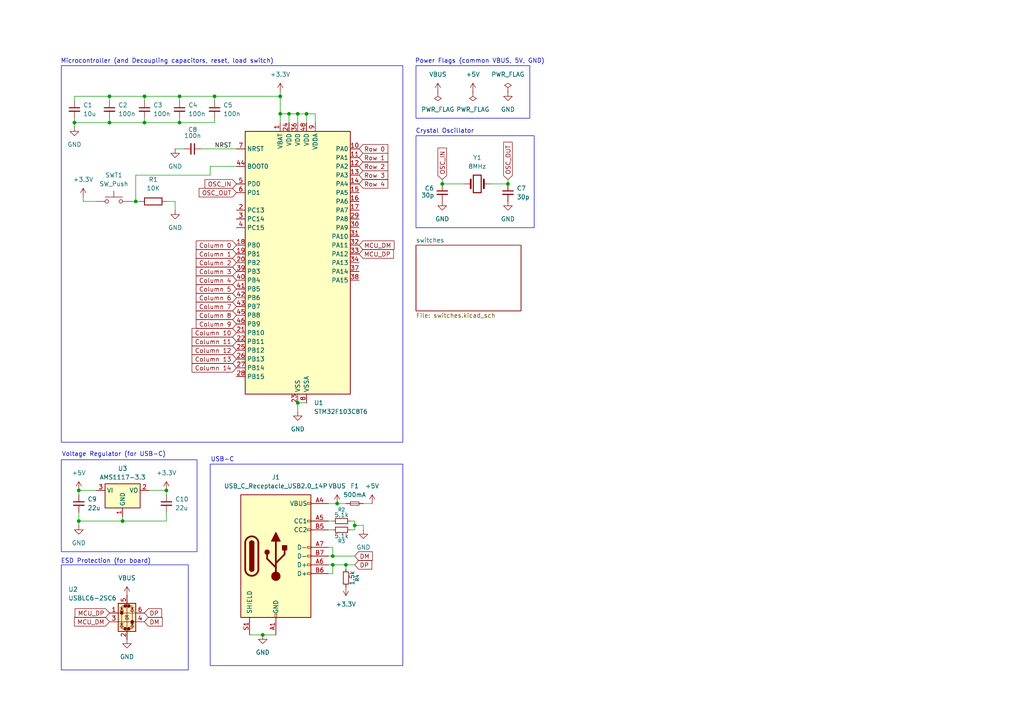
<source format=kicad_sch>
(kicad_sch
	(version 20250114)
	(generator "eeschema")
	(generator_version "9.0")
	(uuid "6611a9ad-bfef-4a8e-9aac-9e0177d30656")
	(paper "A4")
	(lib_symbols
		(symbol "Connector:USB_C_Receptacle_USB2.0_14P"
			(pin_names
				(offset 1.016)
			)
			(exclude_from_sim no)
			(in_bom yes)
			(on_board yes)
			(property "Reference" "J"
				(at 0 22.225 0)
				(effects
					(font
						(size 1.27 1.27)
					)
				)
			)
			(property "Value" "USB_C_Receptacle_USB2.0_14P"
				(at 0 19.685 0)
				(effects
					(font
						(size 1.27 1.27)
					)
				)
			)
			(property "Footprint" ""
				(at 3.81 0 0)
				(effects
					(font
						(size 1.27 1.27)
					)
					(hide yes)
				)
			)
			(property "Datasheet" "https://www.usb.org/sites/default/files/documents/usb_type-c.zip"
				(at 3.81 0 0)
				(effects
					(font
						(size 1.27 1.27)
					)
					(hide yes)
				)
			)
			(property "Description" "USB 2.0-only 14P Type-C Receptacle connector"
				(at 0 0 0)
				(effects
					(font
						(size 1.27 1.27)
					)
					(hide yes)
				)
			)
			(property "ki_keywords" "usb universal serial bus type-C USB2.0"
				(at 0 0 0)
				(effects
					(font
						(size 1.27 1.27)
					)
					(hide yes)
				)
			)
			(property "ki_fp_filters" "USB*C*Receptacle*"
				(at 0 0 0)
				(effects
					(font
						(size 1.27 1.27)
					)
					(hide yes)
				)
			)
			(symbol "USB_C_Receptacle_USB2.0_14P_0_0"
				(rectangle
					(start -0.254 -17.78)
					(end 0.254 -16.764)
					(stroke
						(width 0)
						(type default)
					)
					(fill
						(type none)
					)
				)
				(rectangle
					(start 10.16 15.494)
					(end 9.144 14.986)
					(stroke
						(width 0)
						(type default)
					)
					(fill
						(type none)
					)
				)
				(rectangle
					(start 10.16 10.414)
					(end 9.144 9.906)
					(stroke
						(width 0)
						(type default)
					)
					(fill
						(type none)
					)
				)
				(rectangle
					(start 10.16 7.874)
					(end 9.144 7.366)
					(stroke
						(width 0)
						(type default)
					)
					(fill
						(type none)
					)
				)
				(rectangle
					(start 10.16 2.794)
					(end 9.144 2.286)
					(stroke
						(width 0)
						(type default)
					)
					(fill
						(type none)
					)
				)
				(rectangle
					(start 10.16 0.254)
					(end 9.144 -0.254)
					(stroke
						(width 0)
						(type default)
					)
					(fill
						(type none)
					)
				)
				(rectangle
					(start 10.16 -2.286)
					(end 9.144 -2.794)
					(stroke
						(width 0)
						(type default)
					)
					(fill
						(type none)
					)
				)
				(rectangle
					(start 10.16 -4.826)
					(end 9.144 -5.334)
					(stroke
						(width 0)
						(type default)
					)
					(fill
						(type none)
					)
				)
			)
			(symbol "USB_C_Receptacle_USB2.0_14P_0_1"
				(rectangle
					(start -10.16 17.78)
					(end 10.16 -17.78)
					(stroke
						(width 0.254)
						(type default)
					)
					(fill
						(type background)
					)
				)
				(polyline
					(pts
						(xy -8.89 -3.81) (xy -8.89 3.81)
					)
					(stroke
						(width 0.508)
						(type default)
					)
					(fill
						(type none)
					)
				)
				(rectangle
					(start -7.62 -3.81)
					(end -6.35 3.81)
					(stroke
						(width 0.254)
						(type default)
					)
					(fill
						(type outline)
					)
				)
				(arc
					(start -7.62 3.81)
					(mid -6.985 4.4423)
					(end -6.35 3.81)
					(stroke
						(width 0.254)
						(type default)
					)
					(fill
						(type none)
					)
				)
				(arc
					(start -7.62 3.81)
					(mid -6.985 4.4423)
					(end -6.35 3.81)
					(stroke
						(width 0.254)
						(type default)
					)
					(fill
						(type outline)
					)
				)
				(arc
					(start -8.89 3.81)
					(mid -6.985 5.7067)
					(end -5.08 3.81)
					(stroke
						(width 0.508)
						(type default)
					)
					(fill
						(type none)
					)
				)
				(arc
					(start -5.08 -3.81)
					(mid -6.985 -5.7067)
					(end -8.89 -3.81)
					(stroke
						(width 0.508)
						(type default)
					)
					(fill
						(type none)
					)
				)
				(arc
					(start -6.35 -3.81)
					(mid -6.985 -4.4423)
					(end -7.62 -3.81)
					(stroke
						(width 0.254)
						(type default)
					)
					(fill
						(type none)
					)
				)
				(arc
					(start -6.35 -3.81)
					(mid -6.985 -4.4423)
					(end -7.62 -3.81)
					(stroke
						(width 0.254)
						(type default)
					)
					(fill
						(type outline)
					)
				)
				(polyline
					(pts
						(xy -5.08 3.81) (xy -5.08 -3.81)
					)
					(stroke
						(width 0.508)
						(type default)
					)
					(fill
						(type none)
					)
				)
				(circle
					(center -2.54 1.143)
					(radius 0.635)
					(stroke
						(width 0.254)
						(type default)
					)
					(fill
						(type outline)
					)
				)
				(polyline
					(pts
						(xy -1.27 4.318) (xy 0 6.858) (xy 1.27 4.318) (xy -1.27 4.318)
					)
					(stroke
						(width 0.254)
						(type default)
					)
					(fill
						(type outline)
					)
				)
				(polyline
					(pts
						(xy 0 -2.032) (xy 2.54 0.508) (xy 2.54 1.778)
					)
					(stroke
						(width 0.508)
						(type default)
					)
					(fill
						(type none)
					)
				)
				(polyline
					(pts
						(xy 0 -3.302) (xy -2.54 -0.762) (xy -2.54 0.508)
					)
					(stroke
						(width 0.508)
						(type default)
					)
					(fill
						(type none)
					)
				)
				(polyline
					(pts
						(xy 0 -5.842) (xy 0 4.318)
					)
					(stroke
						(width 0.508)
						(type default)
					)
					(fill
						(type none)
					)
				)
				(circle
					(center 0 -5.842)
					(radius 1.27)
					(stroke
						(width 0)
						(type default)
					)
					(fill
						(type outline)
					)
				)
				(rectangle
					(start 1.905 1.778)
					(end 3.175 3.048)
					(stroke
						(width 0.254)
						(type default)
					)
					(fill
						(type outline)
					)
				)
			)
			(symbol "USB_C_Receptacle_USB2.0_14P_1_1"
				(pin passive line
					(at -7.62 -22.86 90)
					(length 5.08)
					(name "SHIELD"
						(effects
							(font
								(size 1.27 1.27)
							)
						)
					)
					(number "S1"
						(effects
							(font
								(size 1.27 1.27)
							)
						)
					)
				)
				(pin passive line
					(at 0 -22.86 90)
					(length 5.08)
					(name "GND"
						(effects
							(font
								(size 1.27 1.27)
							)
						)
					)
					(number "A1"
						(effects
							(font
								(size 1.27 1.27)
							)
						)
					)
				)
				(pin passive line
					(at 0 -22.86 90)
					(length 5.08)
					(hide yes)
					(name "GND"
						(effects
							(font
								(size 1.27 1.27)
							)
						)
					)
					(number "A12"
						(effects
							(font
								(size 1.27 1.27)
							)
						)
					)
				)
				(pin passive line
					(at 0 -22.86 90)
					(length 5.08)
					(hide yes)
					(name "GND"
						(effects
							(font
								(size 1.27 1.27)
							)
						)
					)
					(number "B1"
						(effects
							(font
								(size 1.27 1.27)
							)
						)
					)
				)
				(pin passive line
					(at 0 -22.86 90)
					(length 5.08)
					(hide yes)
					(name "GND"
						(effects
							(font
								(size 1.27 1.27)
							)
						)
					)
					(number "B12"
						(effects
							(font
								(size 1.27 1.27)
							)
						)
					)
				)
				(pin passive line
					(at 15.24 15.24 180)
					(length 5.08)
					(name "VBUS"
						(effects
							(font
								(size 1.27 1.27)
							)
						)
					)
					(number "A4"
						(effects
							(font
								(size 1.27 1.27)
							)
						)
					)
				)
				(pin passive line
					(at 15.24 15.24 180)
					(length 5.08)
					(hide yes)
					(name "VBUS"
						(effects
							(font
								(size 1.27 1.27)
							)
						)
					)
					(number "A9"
						(effects
							(font
								(size 1.27 1.27)
							)
						)
					)
				)
				(pin passive line
					(at 15.24 15.24 180)
					(length 5.08)
					(hide yes)
					(name "VBUS"
						(effects
							(font
								(size 1.27 1.27)
							)
						)
					)
					(number "B4"
						(effects
							(font
								(size 1.27 1.27)
							)
						)
					)
				)
				(pin passive line
					(at 15.24 15.24 180)
					(length 5.08)
					(hide yes)
					(name "VBUS"
						(effects
							(font
								(size 1.27 1.27)
							)
						)
					)
					(number "B9"
						(effects
							(font
								(size 1.27 1.27)
							)
						)
					)
				)
				(pin bidirectional line
					(at 15.24 10.16 180)
					(length 5.08)
					(name "CC1"
						(effects
							(font
								(size 1.27 1.27)
							)
						)
					)
					(number "A5"
						(effects
							(font
								(size 1.27 1.27)
							)
						)
					)
				)
				(pin bidirectional line
					(at 15.24 7.62 180)
					(length 5.08)
					(name "CC2"
						(effects
							(font
								(size 1.27 1.27)
							)
						)
					)
					(number "B5"
						(effects
							(font
								(size 1.27 1.27)
							)
						)
					)
				)
				(pin bidirectional line
					(at 15.24 2.54 180)
					(length 5.08)
					(name "D-"
						(effects
							(font
								(size 1.27 1.27)
							)
						)
					)
					(number "A7"
						(effects
							(font
								(size 1.27 1.27)
							)
						)
					)
				)
				(pin bidirectional line
					(at 15.24 0 180)
					(length 5.08)
					(name "D-"
						(effects
							(font
								(size 1.27 1.27)
							)
						)
					)
					(number "B7"
						(effects
							(font
								(size 1.27 1.27)
							)
						)
					)
				)
				(pin bidirectional line
					(at 15.24 -2.54 180)
					(length 5.08)
					(name "D+"
						(effects
							(font
								(size 1.27 1.27)
							)
						)
					)
					(number "A6"
						(effects
							(font
								(size 1.27 1.27)
							)
						)
					)
				)
				(pin bidirectional line
					(at 15.24 -5.08 180)
					(length 5.08)
					(name "D+"
						(effects
							(font
								(size 1.27 1.27)
							)
						)
					)
					(number "B6"
						(effects
							(font
								(size 1.27 1.27)
							)
						)
					)
				)
			)
			(embedded_fonts no)
		)
		(symbol "Device:C_Small"
			(pin_numbers
				(hide yes)
			)
			(pin_names
				(offset 0.254)
				(hide yes)
			)
			(exclude_from_sim no)
			(in_bom yes)
			(on_board yes)
			(property "Reference" "C"
				(at 0.254 1.778 0)
				(effects
					(font
						(size 1.27 1.27)
					)
					(justify left)
				)
			)
			(property "Value" "C_Small"
				(at 0.254 -2.032 0)
				(effects
					(font
						(size 1.27 1.27)
					)
					(justify left)
				)
			)
			(property "Footprint" ""
				(at 0 0 0)
				(effects
					(font
						(size 1.27 1.27)
					)
					(hide yes)
				)
			)
			(property "Datasheet" "~"
				(at 0 0 0)
				(effects
					(font
						(size 1.27 1.27)
					)
					(hide yes)
				)
			)
			(property "Description" "Unpolarized capacitor, small symbol"
				(at 0 0 0)
				(effects
					(font
						(size 1.27 1.27)
					)
					(hide yes)
				)
			)
			(property "ki_keywords" "capacitor cap"
				(at 0 0 0)
				(effects
					(font
						(size 1.27 1.27)
					)
					(hide yes)
				)
			)
			(property "ki_fp_filters" "C_*"
				(at 0 0 0)
				(effects
					(font
						(size 1.27 1.27)
					)
					(hide yes)
				)
			)
			(symbol "C_Small_0_1"
				(polyline
					(pts
						(xy -1.524 0.508) (xy 1.524 0.508)
					)
					(stroke
						(width 0.3048)
						(type default)
					)
					(fill
						(type none)
					)
				)
				(polyline
					(pts
						(xy -1.524 -0.508) (xy 1.524 -0.508)
					)
					(stroke
						(width 0.3302)
						(type default)
					)
					(fill
						(type none)
					)
				)
			)
			(symbol "C_Small_1_1"
				(pin passive line
					(at 0 2.54 270)
					(length 2.032)
					(name "~"
						(effects
							(font
								(size 1.27 1.27)
							)
						)
					)
					(number "1"
						(effects
							(font
								(size 1.27 1.27)
							)
						)
					)
				)
				(pin passive line
					(at 0 -2.54 90)
					(length 2.032)
					(name "~"
						(effects
							(font
								(size 1.27 1.27)
							)
						)
					)
					(number "2"
						(effects
							(font
								(size 1.27 1.27)
							)
						)
					)
				)
			)
			(embedded_fonts no)
		)
		(symbol "Device:Crystal"
			(pin_numbers
				(hide yes)
			)
			(pin_names
				(offset 1.016)
				(hide yes)
			)
			(exclude_from_sim no)
			(in_bom yes)
			(on_board yes)
			(property "Reference" "Y"
				(at 0 3.81 0)
				(effects
					(font
						(size 1.27 1.27)
					)
				)
			)
			(property "Value" "Crystal"
				(at 0 -3.81 0)
				(effects
					(font
						(size 1.27 1.27)
					)
				)
			)
			(property "Footprint" ""
				(at 0 0 0)
				(effects
					(font
						(size 1.27 1.27)
					)
					(hide yes)
				)
			)
			(property "Datasheet" "~"
				(at 0 0 0)
				(effects
					(font
						(size 1.27 1.27)
					)
					(hide yes)
				)
			)
			(property "Description" "Two pin crystal"
				(at 0 0 0)
				(effects
					(font
						(size 1.27 1.27)
					)
					(hide yes)
				)
			)
			(property "ki_keywords" "quartz ceramic resonator oscillator"
				(at 0 0 0)
				(effects
					(font
						(size 1.27 1.27)
					)
					(hide yes)
				)
			)
			(property "ki_fp_filters" "Crystal*"
				(at 0 0 0)
				(effects
					(font
						(size 1.27 1.27)
					)
					(hide yes)
				)
			)
			(symbol "Crystal_0_1"
				(polyline
					(pts
						(xy -2.54 0) (xy -1.905 0)
					)
					(stroke
						(width 0)
						(type default)
					)
					(fill
						(type none)
					)
				)
				(polyline
					(pts
						(xy -1.905 -1.27) (xy -1.905 1.27)
					)
					(stroke
						(width 0.508)
						(type default)
					)
					(fill
						(type none)
					)
				)
				(rectangle
					(start -1.143 2.54)
					(end 1.143 -2.54)
					(stroke
						(width 0.3048)
						(type default)
					)
					(fill
						(type none)
					)
				)
				(polyline
					(pts
						(xy 1.905 -1.27) (xy 1.905 1.27)
					)
					(stroke
						(width 0.508)
						(type default)
					)
					(fill
						(type none)
					)
				)
				(polyline
					(pts
						(xy 2.54 0) (xy 1.905 0)
					)
					(stroke
						(width 0)
						(type default)
					)
					(fill
						(type none)
					)
				)
			)
			(symbol "Crystal_1_1"
				(pin passive line
					(at -3.81 0 0)
					(length 1.27)
					(name "1"
						(effects
							(font
								(size 1.27 1.27)
							)
						)
					)
					(number "1"
						(effects
							(font
								(size 1.27 1.27)
							)
						)
					)
				)
				(pin passive line
					(at 3.81 0 180)
					(length 1.27)
					(name "2"
						(effects
							(font
								(size 1.27 1.27)
							)
						)
					)
					(number "2"
						(effects
							(font
								(size 1.27 1.27)
							)
						)
					)
				)
			)
			(embedded_fonts no)
		)
		(symbol "Device:Fuse_Small"
			(pin_numbers
				(hide yes)
			)
			(pin_names
				(offset 0.254)
				(hide yes)
			)
			(exclude_from_sim no)
			(in_bom yes)
			(on_board yes)
			(property "Reference" "F"
				(at 0 -1.524 0)
				(effects
					(font
						(size 1.27 1.27)
					)
				)
			)
			(property "Value" "Fuse_Small"
				(at 0 1.524 0)
				(effects
					(font
						(size 1.27 1.27)
					)
				)
			)
			(property "Footprint" ""
				(at 0 0 0)
				(effects
					(font
						(size 1.27 1.27)
					)
					(hide yes)
				)
			)
			(property "Datasheet" "~"
				(at 0 0 0)
				(effects
					(font
						(size 1.27 1.27)
					)
					(hide yes)
				)
			)
			(property "Description" "Fuse, small symbol"
				(at 0 0 0)
				(effects
					(font
						(size 1.27 1.27)
					)
					(hide yes)
				)
			)
			(property "ki_keywords" "fuse"
				(at 0 0 0)
				(effects
					(font
						(size 1.27 1.27)
					)
					(hide yes)
				)
			)
			(property "ki_fp_filters" "*Fuse*"
				(at 0 0 0)
				(effects
					(font
						(size 1.27 1.27)
					)
					(hide yes)
				)
			)
			(symbol "Fuse_Small_0_1"
				(rectangle
					(start -1.27 0.508)
					(end 1.27 -0.508)
					(stroke
						(width 0)
						(type default)
					)
					(fill
						(type none)
					)
				)
				(polyline
					(pts
						(xy -1.27 0) (xy 1.27 0)
					)
					(stroke
						(width 0)
						(type default)
					)
					(fill
						(type none)
					)
				)
			)
			(symbol "Fuse_Small_1_1"
				(pin passive line
					(at -2.54 0 0)
					(length 1.27)
					(name "~"
						(effects
							(font
								(size 1.27 1.27)
							)
						)
					)
					(number "1"
						(effects
							(font
								(size 1.27 1.27)
							)
						)
					)
				)
				(pin passive line
					(at 2.54 0 180)
					(length 1.27)
					(name "~"
						(effects
							(font
								(size 1.27 1.27)
							)
						)
					)
					(number "2"
						(effects
							(font
								(size 1.27 1.27)
							)
						)
					)
				)
			)
			(embedded_fonts no)
		)
		(symbol "Device:R"
			(pin_numbers
				(hide yes)
			)
			(pin_names
				(offset 0)
			)
			(exclude_from_sim no)
			(in_bom yes)
			(on_board yes)
			(property "Reference" "R"
				(at 2.032 0 90)
				(effects
					(font
						(size 1.27 1.27)
					)
				)
			)
			(property "Value" "R"
				(at 0 0 90)
				(effects
					(font
						(size 1.27 1.27)
					)
				)
			)
			(property "Footprint" ""
				(at -1.778 0 90)
				(effects
					(font
						(size 1.27 1.27)
					)
					(hide yes)
				)
			)
			(property "Datasheet" "~"
				(at 0 0 0)
				(effects
					(font
						(size 1.27 1.27)
					)
					(hide yes)
				)
			)
			(property "Description" "Resistor"
				(at 0 0 0)
				(effects
					(font
						(size 1.27 1.27)
					)
					(hide yes)
				)
			)
			(property "ki_keywords" "R res resistor"
				(at 0 0 0)
				(effects
					(font
						(size 1.27 1.27)
					)
					(hide yes)
				)
			)
			(property "ki_fp_filters" "R_*"
				(at 0 0 0)
				(effects
					(font
						(size 1.27 1.27)
					)
					(hide yes)
				)
			)
			(symbol "R_0_1"
				(rectangle
					(start -1.016 -2.54)
					(end 1.016 2.54)
					(stroke
						(width 0.254)
						(type default)
					)
					(fill
						(type none)
					)
				)
			)
			(symbol "R_1_1"
				(pin passive line
					(at 0 3.81 270)
					(length 1.27)
					(name "~"
						(effects
							(font
								(size 1.27 1.27)
							)
						)
					)
					(number "1"
						(effects
							(font
								(size 1.27 1.27)
							)
						)
					)
				)
				(pin passive line
					(at 0 -3.81 90)
					(length 1.27)
					(name "~"
						(effects
							(font
								(size 1.27 1.27)
							)
						)
					)
					(number "2"
						(effects
							(font
								(size 1.27 1.27)
							)
						)
					)
				)
			)
			(embedded_fonts no)
		)
		(symbol "Device:R_Small"
			(pin_numbers
				(hide yes)
			)
			(pin_names
				(offset 0.254)
				(hide yes)
			)
			(exclude_from_sim no)
			(in_bom yes)
			(on_board yes)
			(property "Reference" "R"
				(at 0 0 90)
				(effects
					(font
						(size 1.016 1.016)
					)
				)
			)
			(property "Value" "R_Small"
				(at 1.778 0 90)
				(effects
					(font
						(size 1.27 1.27)
					)
				)
			)
			(property "Footprint" ""
				(at 0 0 0)
				(effects
					(font
						(size 1.27 1.27)
					)
					(hide yes)
				)
			)
			(property "Datasheet" "~"
				(at 0 0 0)
				(effects
					(font
						(size 1.27 1.27)
					)
					(hide yes)
				)
			)
			(property "Description" "Resistor, small symbol"
				(at 0 0 0)
				(effects
					(font
						(size 1.27 1.27)
					)
					(hide yes)
				)
			)
			(property "ki_keywords" "R resistor"
				(at 0 0 0)
				(effects
					(font
						(size 1.27 1.27)
					)
					(hide yes)
				)
			)
			(property "ki_fp_filters" "R_*"
				(at 0 0 0)
				(effects
					(font
						(size 1.27 1.27)
					)
					(hide yes)
				)
			)
			(symbol "R_Small_0_1"
				(rectangle
					(start -0.762 1.778)
					(end 0.762 -1.778)
					(stroke
						(width 0.2032)
						(type default)
					)
					(fill
						(type none)
					)
				)
			)
			(symbol "R_Small_1_1"
				(pin passive line
					(at 0 2.54 270)
					(length 0.762)
					(name "~"
						(effects
							(font
								(size 1.27 1.27)
							)
						)
					)
					(number "1"
						(effects
							(font
								(size 1.27 1.27)
							)
						)
					)
				)
				(pin passive line
					(at 0 -2.54 90)
					(length 0.762)
					(name "~"
						(effects
							(font
								(size 1.27 1.27)
							)
						)
					)
					(number "2"
						(effects
							(font
								(size 1.27 1.27)
							)
						)
					)
				)
			)
			(embedded_fonts no)
		)
		(symbol "MCU_ST_STM32F1:STM32F103C8Tx"
			(exclude_from_sim no)
			(in_bom yes)
			(on_board yes)
			(property "Reference" "U"
				(at -15.24 39.37 0)
				(effects
					(font
						(size 1.27 1.27)
					)
					(justify left)
				)
			)
			(property "Value" "STM32F103C8Tx"
				(at 7.62 39.37 0)
				(effects
					(font
						(size 1.27 1.27)
					)
					(justify left)
				)
			)
			(property "Footprint" "Package_QFP:LQFP-48_7x7mm_P0.5mm"
				(at -15.24 -38.1 0)
				(effects
					(font
						(size 1.27 1.27)
					)
					(justify right)
					(hide yes)
				)
			)
			(property "Datasheet" "https://www.st.com/resource/en/datasheet/stm32f103c8.pdf"
				(at 0 0 0)
				(effects
					(font
						(size 1.27 1.27)
					)
					(hide yes)
				)
			)
			(property "Description" "STMicroelectronics Arm Cortex-M3 MCU, 64KB flash, 20KB RAM, 72 MHz, 2.0-3.6V, 37 GPIO, LQFP48"
				(at 0 0 0)
				(effects
					(font
						(size 1.27 1.27)
					)
					(hide yes)
				)
			)
			(property "ki_keywords" "Arm Cortex-M3 STM32F1 STM32F103"
				(at 0 0 0)
				(effects
					(font
						(size 1.27 1.27)
					)
					(hide yes)
				)
			)
			(property "ki_fp_filters" "LQFP*7x7mm*P0.5mm*"
				(at 0 0 0)
				(effects
					(font
						(size 1.27 1.27)
					)
					(hide yes)
				)
			)
			(symbol "STM32F103C8Tx_0_1"
				(rectangle
					(start -15.24 -38.1)
					(end 15.24 38.1)
					(stroke
						(width 0.254)
						(type default)
					)
					(fill
						(type background)
					)
				)
			)
			(symbol "STM32F103C8Tx_1_1"
				(pin input line
					(at -17.78 33.02 0)
					(length 2.54)
					(name "NRST"
						(effects
							(font
								(size 1.27 1.27)
							)
						)
					)
					(number "7"
						(effects
							(font
								(size 1.27 1.27)
							)
						)
					)
				)
				(pin input line
					(at -17.78 27.94 0)
					(length 2.54)
					(name "BOOT0"
						(effects
							(font
								(size 1.27 1.27)
							)
						)
					)
					(number "44"
						(effects
							(font
								(size 1.27 1.27)
							)
						)
					)
				)
				(pin bidirectional line
					(at -17.78 22.86 0)
					(length 2.54)
					(name "PD0"
						(effects
							(font
								(size 1.27 1.27)
							)
						)
					)
					(number "5"
						(effects
							(font
								(size 1.27 1.27)
							)
						)
					)
					(alternate "RCC_OSC_IN" bidirectional line)
				)
				(pin bidirectional line
					(at -17.78 20.32 0)
					(length 2.54)
					(name "PD1"
						(effects
							(font
								(size 1.27 1.27)
							)
						)
					)
					(number "6"
						(effects
							(font
								(size 1.27 1.27)
							)
						)
					)
					(alternate "RCC_OSC_OUT" bidirectional line)
				)
				(pin bidirectional line
					(at -17.78 15.24 0)
					(length 2.54)
					(name "PC13"
						(effects
							(font
								(size 1.27 1.27)
							)
						)
					)
					(number "2"
						(effects
							(font
								(size 1.27 1.27)
							)
						)
					)
					(alternate "RTC_OUT" bidirectional line)
					(alternate "RTC_TAMPER" bidirectional line)
				)
				(pin bidirectional line
					(at -17.78 12.7 0)
					(length 2.54)
					(name "PC14"
						(effects
							(font
								(size 1.27 1.27)
							)
						)
					)
					(number "3"
						(effects
							(font
								(size 1.27 1.27)
							)
						)
					)
					(alternate "RCC_OSC32_IN" bidirectional line)
				)
				(pin bidirectional line
					(at -17.78 10.16 0)
					(length 2.54)
					(name "PC15"
						(effects
							(font
								(size 1.27 1.27)
							)
						)
					)
					(number "4"
						(effects
							(font
								(size 1.27 1.27)
							)
						)
					)
					(alternate "ADC1_EXTI15" bidirectional line)
					(alternate "ADC2_EXTI15" bidirectional line)
					(alternate "RCC_OSC32_OUT" bidirectional line)
				)
				(pin bidirectional line
					(at -17.78 5.08 0)
					(length 2.54)
					(name "PB0"
						(effects
							(font
								(size 1.27 1.27)
							)
						)
					)
					(number "18"
						(effects
							(font
								(size 1.27 1.27)
							)
						)
					)
					(alternate "ADC1_IN8" bidirectional line)
					(alternate "ADC2_IN8" bidirectional line)
					(alternate "TIM1_CH2N" bidirectional line)
					(alternate "TIM3_CH3" bidirectional line)
				)
				(pin bidirectional line
					(at -17.78 2.54 0)
					(length 2.54)
					(name "PB1"
						(effects
							(font
								(size 1.27 1.27)
							)
						)
					)
					(number "19"
						(effects
							(font
								(size 1.27 1.27)
							)
						)
					)
					(alternate "ADC1_IN9" bidirectional line)
					(alternate "ADC2_IN9" bidirectional line)
					(alternate "TIM1_CH3N" bidirectional line)
					(alternate "TIM3_CH4" bidirectional line)
				)
				(pin bidirectional line
					(at -17.78 0 0)
					(length 2.54)
					(name "PB2"
						(effects
							(font
								(size 1.27 1.27)
							)
						)
					)
					(number "20"
						(effects
							(font
								(size 1.27 1.27)
							)
						)
					)
				)
				(pin bidirectional line
					(at -17.78 -2.54 0)
					(length 2.54)
					(name "PB3"
						(effects
							(font
								(size 1.27 1.27)
							)
						)
					)
					(number "39"
						(effects
							(font
								(size 1.27 1.27)
							)
						)
					)
					(alternate "SPI1_SCK" bidirectional line)
					(alternate "SYS_JTDO-TRACESWO" bidirectional line)
					(alternate "TIM2_CH2" bidirectional line)
				)
				(pin bidirectional line
					(at -17.78 -5.08 0)
					(length 2.54)
					(name "PB4"
						(effects
							(font
								(size 1.27 1.27)
							)
						)
					)
					(number "40"
						(effects
							(font
								(size 1.27 1.27)
							)
						)
					)
					(alternate "SPI1_MISO" bidirectional line)
					(alternate "SYS_NJTRST" bidirectional line)
					(alternate "TIM3_CH1" bidirectional line)
				)
				(pin bidirectional line
					(at -17.78 -7.62 0)
					(length 2.54)
					(name "PB5"
						(effects
							(font
								(size 1.27 1.27)
							)
						)
					)
					(number "41"
						(effects
							(font
								(size 1.27 1.27)
							)
						)
					)
					(alternate "I2C1_SMBA" bidirectional line)
					(alternate "SPI1_MOSI" bidirectional line)
					(alternate "TIM3_CH2" bidirectional line)
				)
				(pin bidirectional line
					(at -17.78 -10.16 0)
					(length 2.54)
					(name "PB6"
						(effects
							(font
								(size 1.27 1.27)
							)
						)
					)
					(number "42"
						(effects
							(font
								(size 1.27 1.27)
							)
						)
					)
					(alternate "I2C1_SCL" bidirectional line)
					(alternate "TIM4_CH1" bidirectional line)
					(alternate "USART1_TX" bidirectional line)
				)
				(pin bidirectional line
					(at -17.78 -12.7 0)
					(length 2.54)
					(name "PB7"
						(effects
							(font
								(size 1.27 1.27)
							)
						)
					)
					(number "43"
						(effects
							(font
								(size 1.27 1.27)
							)
						)
					)
					(alternate "I2C1_SDA" bidirectional line)
					(alternate "TIM4_CH2" bidirectional line)
					(alternate "USART1_RX" bidirectional line)
				)
				(pin bidirectional line
					(at -17.78 -15.24 0)
					(length 2.54)
					(name "PB8"
						(effects
							(font
								(size 1.27 1.27)
							)
						)
					)
					(number "45"
						(effects
							(font
								(size 1.27 1.27)
							)
						)
					)
					(alternate "CAN_RX" bidirectional line)
					(alternate "I2C1_SCL" bidirectional line)
					(alternate "TIM4_CH3" bidirectional line)
				)
				(pin bidirectional line
					(at -17.78 -17.78 0)
					(length 2.54)
					(name "PB9"
						(effects
							(font
								(size 1.27 1.27)
							)
						)
					)
					(number "46"
						(effects
							(font
								(size 1.27 1.27)
							)
						)
					)
					(alternate "CAN_TX" bidirectional line)
					(alternate "I2C1_SDA" bidirectional line)
					(alternate "TIM4_CH4" bidirectional line)
				)
				(pin bidirectional line
					(at -17.78 -20.32 0)
					(length 2.54)
					(name "PB10"
						(effects
							(font
								(size 1.27 1.27)
							)
						)
					)
					(number "21"
						(effects
							(font
								(size 1.27 1.27)
							)
						)
					)
					(alternate "I2C2_SCL" bidirectional line)
					(alternate "TIM2_CH3" bidirectional line)
					(alternate "USART3_TX" bidirectional line)
				)
				(pin bidirectional line
					(at -17.78 -22.86 0)
					(length 2.54)
					(name "PB11"
						(effects
							(font
								(size 1.27 1.27)
							)
						)
					)
					(number "22"
						(effects
							(font
								(size 1.27 1.27)
							)
						)
					)
					(alternate "ADC1_EXTI11" bidirectional line)
					(alternate "ADC2_EXTI11" bidirectional line)
					(alternate "I2C2_SDA" bidirectional line)
					(alternate "TIM2_CH4" bidirectional line)
					(alternate "USART3_RX" bidirectional line)
				)
				(pin bidirectional line
					(at -17.78 -25.4 0)
					(length 2.54)
					(name "PB12"
						(effects
							(font
								(size 1.27 1.27)
							)
						)
					)
					(number "25"
						(effects
							(font
								(size 1.27 1.27)
							)
						)
					)
					(alternate "I2C2_SMBA" bidirectional line)
					(alternate "SPI2_NSS" bidirectional line)
					(alternate "TIM1_BKIN" bidirectional line)
					(alternate "USART3_CK" bidirectional line)
				)
				(pin bidirectional line
					(at -17.78 -27.94 0)
					(length 2.54)
					(name "PB13"
						(effects
							(font
								(size 1.27 1.27)
							)
						)
					)
					(number "26"
						(effects
							(font
								(size 1.27 1.27)
							)
						)
					)
					(alternate "SPI2_SCK" bidirectional line)
					(alternate "TIM1_CH1N" bidirectional line)
					(alternate "USART3_CTS" bidirectional line)
				)
				(pin bidirectional line
					(at -17.78 -30.48 0)
					(length 2.54)
					(name "PB14"
						(effects
							(font
								(size 1.27 1.27)
							)
						)
					)
					(number "27"
						(effects
							(font
								(size 1.27 1.27)
							)
						)
					)
					(alternate "SPI2_MISO" bidirectional line)
					(alternate "TIM1_CH2N" bidirectional line)
					(alternate "USART3_RTS" bidirectional line)
				)
				(pin bidirectional line
					(at -17.78 -33.02 0)
					(length 2.54)
					(name "PB15"
						(effects
							(font
								(size 1.27 1.27)
							)
						)
					)
					(number "28"
						(effects
							(font
								(size 1.27 1.27)
							)
						)
					)
					(alternate "ADC1_EXTI15" bidirectional line)
					(alternate "ADC2_EXTI15" bidirectional line)
					(alternate "SPI2_MOSI" bidirectional line)
					(alternate "TIM1_CH3N" bidirectional line)
				)
				(pin power_in line
					(at -5.08 40.64 270)
					(length 2.54)
					(name "VBAT"
						(effects
							(font
								(size 1.27 1.27)
							)
						)
					)
					(number "1"
						(effects
							(font
								(size 1.27 1.27)
							)
						)
					)
				)
				(pin power_in line
					(at -2.54 40.64 270)
					(length 2.54)
					(name "VDD"
						(effects
							(font
								(size 1.27 1.27)
							)
						)
					)
					(number "24"
						(effects
							(font
								(size 1.27 1.27)
							)
						)
					)
				)
				(pin power_in line
					(at 0 40.64 270)
					(length 2.54)
					(name "VDD"
						(effects
							(font
								(size 1.27 1.27)
							)
						)
					)
					(number "36"
						(effects
							(font
								(size 1.27 1.27)
							)
						)
					)
				)
				(pin power_in line
					(at 0 -40.64 90)
					(length 2.54)
					(name "VSS"
						(effects
							(font
								(size 1.27 1.27)
							)
						)
					)
					(number "23"
						(effects
							(font
								(size 1.27 1.27)
							)
						)
					)
				)
				(pin passive line
					(at 0 -40.64 90)
					(length 2.54)
					(hide yes)
					(name "VSS"
						(effects
							(font
								(size 1.27 1.27)
							)
						)
					)
					(number "35"
						(effects
							(font
								(size 1.27 1.27)
							)
						)
					)
				)
				(pin passive line
					(at 0 -40.64 90)
					(length 2.54)
					(hide yes)
					(name "VSS"
						(effects
							(font
								(size 1.27 1.27)
							)
						)
					)
					(number "47"
						(effects
							(font
								(size 1.27 1.27)
							)
						)
					)
				)
				(pin power_in line
					(at 2.54 40.64 270)
					(length 2.54)
					(name "VDD"
						(effects
							(font
								(size 1.27 1.27)
							)
						)
					)
					(number "48"
						(effects
							(font
								(size 1.27 1.27)
							)
						)
					)
				)
				(pin power_in line
					(at 2.54 -40.64 90)
					(length 2.54)
					(name "VSSA"
						(effects
							(font
								(size 1.27 1.27)
							)
						)
					)
					(number "8"
						(effects
							(font
								(size 1.27 1.27)
							)
						)
					)
				)
				(pin power_in line
					(at 5.08 40.64 270)
					(length 2.54)
					(name "VDDA"
						(effects
							(font
								(size 1.27 1.27)
							)
						)
					)
					(number "9"
						(effects
							(font
								(size 1.27 1.27)
							)
						)
					)
				)
				(pin bidirectional line
					(at 17.78 33.02 180)
					(length 2.54)
					(name "PA0"
						(effects
							(font
								(size 1.27 1.27)
							)
						)
					)
					(number "10"
						(effects
							(font
								(size 1.27 1.27)
							)
						)
					)
					(alternate "ADC1_IN0" bidirectional line)
					(alternate "ADC2_IN0" bidirectional line)
					(alternate "SYS_WKUP" bidirectional line)
					(alternate "TIM2_CH1" bidirectional line)
					(alternate "TIM2_ETR" bidirectional line)
					(alternate "USART2_CTS" bidirectional line)
				)
				(pin bidirectional line
					(at 17.78 30.48 180)
					(length 2.54)
					(name "PA1"
						(effects
							(font
								(size 1.27 1.27)
							)
						)
					)
					(number "11"
						(effects
							(font
								(size 1.27 1.27)
							)
						)
					)
					(alternate "ADC1_IN1" bidirectional line)
					(alternate "ADC2_IN1" bidirectional line)
					(alternate "TIM2_CH2" bidirectional line)
					(alternate "USART2_RTS" bidirectional line)
				)
				(pin bidirectional line
					(at 17.78 27.94 180)
					(length 2.54)
					(name "PA2"
						(effects
							(font
								(size 1.27 1.27)
							)
						)
					)
					(number "12"
						(effects
							(font
								(size 1.27 1.27)
							)
						)
					)
					(alternate "ADC1_IN2" bidirectional line)
					(alternate "ADC2_IN2" bidirectional line)
					(alternate "TIM2_CH3" bidirectional line)
					(alternate "USART2_TX" bidirectional line)
				)
				(pin bidirectional line
					(at 17.78 25.4 180)
					(length 2.54)
					(name "PA3"
						(effects
							(font
								(size 1.27 1.27)
							)
						)
					)
					(number "13"
						(effects
							(font
								(size 1.27 1.27)
							)
						)
					)
					(alternate "ADC1_IN3" bidirectional line)
					(alternate "ADC2_IN3" bidirectional line)
					(alternate "TIM2_CH4" bidirectional line)
					(alternate "USART2_RX" bidirectional line)
				)
				(pin bidirectional line
					(at 17.78 22.86 180)
					(length 2.54)
					(name "PA4"
						(effects
							(font
								(size 1.27 1.27)
							)
						)
					)
					(number "14"
						(effects
							(font
								(size 1.27 1.27)
							)
						)
					)
					(alternate "ADC1_IN4" bidirectional line)
					(alternate "ADC2_IN4" bidirectional line)
					(alternate "SPI1_NSS" bidirectional line)
					(alternate "USART2_CK" bidirectional line)
				)
				(pin bidirectional line
					(at 17.78 20.32 180)
					(length 2.54)
					(name "PA5"
						(effects
							(font
								(size 1.27 1.27)
							)
						)
					)
					(number "15"
						(effects
							(font
								(size 1.27 1.27)
							)
						)
					)
					(alternate "ADC1_IN5" bidirectional line)
					(alternate "ADC2_IN5" bidirectional line)
					(alternate "SPI1_SCK" bidirectional line)
				)
				(pin bidirectional line
					(at 17.78 17.78 180)
					(length 2.54)
					(name "PA6"
						(effects
							(font
								(size 1.27 1.27)
							)
						)
					)
					(number "16"
						(effects
							(font
								(size 1.27 1.27)
							)
						)
					)
					(alternate "ADC1_IN6" bidirectional line)
					(alternate "ADC2_IN6" bidirectional line)
					(alternate "SPI1_MISO" bidirectional line)
					(alternate "TIM1_BKIN" bidirectional line)
					(alternate "TIM3_CH1" bidirectional line)
				)
				(pin bidirectional line
					(at 17.78 15.24 180)
					(length 2.54)
					(name "PA7"
						(effects
							(font
								(size 1.27 1.27)
							)
						)
					)
					(number "17"
						(effects
							(font
								(size 1.27 1.27)
							)
						)
					)
					(alternate "ADC1_IN7" bidirectional line)
					(alternate "ADC2_IN7" bidirectional line)
					(alternate "SPI1_MOSI" bidirectional line)
					(alternate "TIM1_CH1N" bidirectional line)
					(alternate "TIM3_CH2" bidirectional line)
				)
				(pin bidirectional line
					(at 17.78 12.7 180)
					(length 2.54)
					(name "PA8"
						(effects
							(font
								(size 1.27 1.27)
							)
						)
					)
					(number "29"
						(effects
							(font
								(size 1.27 1.27)
							)
						)
					)
					(alternate "RCC_MCO" bidirectional line)
					(alternate "TIM1_CH1" bidirectional line)
					(alternate "USART1_CK" bidirectional line)
				)
				(pin bidirectional line
					(at 17.78 10.16 180)
					(length 2.54)
					(name "PA9"
						(effects
							(font
								(size 1.27 1.27)
							)
						)
					)
					(number "30"
						(effects
							(font
								(size 1.27 1.27)
							)
						)
					)
					(alternate "TIM1_CH2" bidirectional line)
					(alternate "USART1_TX" bidirectional line)
				)
				(pin bidirectional line
					(at 17.78 7.62 180)
					(length 2.54)
					(name "PA10"
						(effects
							(font
								(size 1.27 1.27)
							)
						)
					)
					(number "31"
						(effects
							(font
								(size 1.27 1.27)
							)
						)
					)
					(alternate "TIM1_CH3" bidirectional line)
					(alternate "USART1_RX" bidirectional line)
				)
				(pin bidirectional line
					(at 17.78 5.08 180)
					(length 2.54)
					(name "PA11"
						(effects
							(font
								(size 1.27 1.27)
							)
						)
					)
					(number "32"
						(effects
							(font
								(size 1.27 1.27)
							)
						)
					)
					(alternate "ADC1_EXTI11" bidirectional line)
					(alternate "ADC2_EXTI11" bidirectional line)
					(alternate "CAN_RX" bidirectional line)
					(alternate "TIM1_CH4" bidirectional line)
					(alternate "USART1_CTS" bidirectional line)
					(alternate "USB_DM" bidirectional line)
				)
				(pin bidirectional line
					(at 17.78 2.54 180)
					(length 2.54)
					(name "PA12"
						(effects
							(font
								(size 1.27 1.27)
							)
						)
					)
					(number "33"
						(effects
							(font
								(size 1.27 1.27)
							)
						)
					)
					(alternate "CAN_TX" bidirectional line)
					(alternate "TIM1_ETR" bidirectional line)
					(alternate "USART1_RTS" bidirectional line)
					(alternate "USB_DP" bidirectional line)
				)
				(pin bidirectional line
					(at 17.78 0 180)
					(length 2.54)
					(name "PA13"
						(effects
							(font
								(size 1.27 1.27)
							)
						)
					)
					(number "34"
						(effects
							(font
								(size 1.27 1.27)
							)
						)
					)
					(alternate "SYS_JTMS-SWDIO" bidirectional line)
				)
				(pin bidirectional line
					(at 17.78 -2.54 180)
					(length 2.54)
					(name "PA14"
						(effects
							(font
								(size 1.27 1.27)
							)
						)
					)
					(number "37"
						(effects
							(font
								(size 1.27 1.27)
							)
						)
					)
					(alternate "SYS_JTCK-SWCLK" bidirectional line)
				)
				(pin bidirectional line
					(at 17.78 -5.08 180)
					(length 2.54)
					(name "PA15"
						(effects
							(font
								(size 1.27 1.27)
							)
						)
					)
					(number "38"
						(effects
							(font
								(size 1.27 1.27)
							)
						)
					)
					(alternate "ADC1_EXTI15" bidirectional line)
					(alternate "ADC2_EXTI15" bidirectional line)
					(alternate "SPI1_NSS" bidirectional line)
					(alternate "SYS_JTDI" bidirectional line)
					(alternate "TIM2_CH1" bidirectional line)
					(alternate "TIM2_ETR" bidirectional line)
				)
			)
			(embedded_fonts no)
		)
		(symbol "Power_Protection:USBLC6-2SC6"
			(pin_names
				(hide yes)
			)
			(exclude_from_sim no)
			(in_bom yes)
			(on_board yes)
			(property "Reference" "U"
				(at 0.635 5.715 0)
				(effects
					(font
						(size 1.27 1.27)
					)
					(justify left)
				)
			)
			(property "Value" "USBLC6-2SC6"
				(at 0.635 3.81 0)
				(effects
					(font
						(size 1.27 1.27)
					)
					(justify left)
				)
			)
			(property "Footprint" "Package_TO_SOT_SMD:SOT-23-6"
				(at 1.27 -6.35 0)
				(effects
					(font
						(size 1.27 1.27)
						(italic yes)
					)
					(justify left)
					(hide yes)
				)
			)
			(property "Datasheet" "https://www.st.com/resource/en/datasheet/usblc6-2.pdf"
				(at 1.27 -8.255 0)
				(effects
					(font
						(size 1.27 1.27)
					)
					(justify left)
					(hide yes)
				)
			)
			(property "Description" "Very low capacitance ESD protection diode, 2 data-line, SOT-23-6"
				(at 0 0 0)
				(effects
					(font
						(size 1.27 1.27)
					)
					(hide yes)
				)
			)
			(property "ki_keywords" "usb ethernet video"
				(at 0 0 0)
				(effects
					(font
						(size 1.27 1.27)
					)
					(hide yes)
				)
			)
			(property "ki_fp_filters" "SOT?23*"
				(at 0 0 0)
				(effects
					(font
						(size 1.27 1.27)
					)
					(hide yes)
				)
			)
			(symbol "USBLC6-2SC6_0_0"
				(circle
					(center -1.524 0)
					(radius 0.0001)
					(stroke
						(width 0.508)
						(type default)
					)
					(fill
						(type none)
					)
				)
				(circle
					(center -0.508 2.032)
					(radius 0.0001)
					(stroke
						(width 0.508)
						(type default)
					)
					(fill
						(type none)
					)
				)
				(circle
					(center -0.508 -4.572)
					(radius 0.0001)
					(stroke
						(width 0.508)
						(type default)
					)
					(fill
						(type none)
					)
				)
				(circle
					(center 0.508 2.032)
					(radius 0.0001)
					(stroke
						(width 0.508)
						(type default)
					)
					(fill
						(type none)
					)
				)
				(circle
					(center 0.508 -4.572)
					(radius 0.0001)
					(stroke
						(width 0.508)
						(type default)
					)
					(fill
						(type none)
					)
				)
				(circle
					(center 1.524 -2.54)
					(radius 0.0001)
					(stroke
						(width 0.508)
						(type default)
					)
					(fill
						(type none)
					)
				)
			)
			(symbol "USBLC6-2SC6_0_1"
				(polyline
					(pts
						(xy -2.54 0) (xy 2.54 0)
					)
					(stroke
						(width 0)
						(type default)
					)
					(fill
						(type none)
					)
				)
				(polyline
					(pts
						(xy -2.54 -2.54) (xy 2.54 -2.54)
					)
					(stroke
						(width 0)
						(type default)
					)
					(fill
						(type none)
					)
				)
				(polyline
					(pts
						(xy -2.032 0.508) (xy -1.016 0.508) (xy -1.524 1.524) (xy -2.032 0.508)
					)
					(stroke
						(width 0)
						(type default)
					)
					(fill
						(type none)
					)
				)
				(polyline
					(pts
						(xy -2.032 -3.048) (xy -1.016 -3.048)
					)
					(stroke
						(width 0)
						(type default)
					)
					(fill
						(type none)
					)
				)
				(polyline
					(pts
						(xy -1.016 1.524) (xy -2.032 1.524)
					)
					(stroke
						(width 0)
						(type default)
					)
					(fill
						(type none)
					)
				)
				(polyline
					(pts
						(xy -1.016 -4.064) (xy -2.032 -4.064) (xy -1.524 -3.048) (xy -1.016 -4.064)
					)
					(stroke
						(width 0)
						(type default)
					)
					(fill
						(type none)
					)
				)
				(polyline
					(pts
						(xy -0.508 -1.143) (xy -0.508 -0.762) (xy 0.508 -0.762)
					)
					(stroke
						(width 0)
						(type default)
					)
					(fill
						(type none)
					)
				)
				(polyline
					(pts
						(xy 0 2.54) (xy -0.508 2.032) (xy 0.508 2.032) (xy 0 1.524) (xy 0 -4.064) (xy -0.508 -4.572) (xy 0.508 -4.572)
						(xy 0 -5.08)
					)
					(stroke
						(width 0)
						(type default)
					)
					(fill
						(type none)
					)
				)
				(polyline
					(pts
						(xy 0.508 -1.778) (xy -0.508 -1.778) (xy 0 -0.762) (xy 0.508 -1.778)
					)
					(stroke
						(width 0)
						(type default)
					)
					(fill
						(type none)
					)
				)
				(polyline
					(pts
						(xy 1.016 1.524) (xy 2.032 1.524)
					)
					(stroke
						(width 0)
						(type default)
					)
					(fill
						(type none)
					)
				)
				(polyline
					(pts
						(xy 1.016 -3.048) (xy 2.032 -3.048)
					)
					(stroke
						(width 0)
						(type default)
					)
					(fill
						(type none)
					)
				)
				(polyline
					(pts
						(xy 2.032 0.508) (xy 1.016 0.508) (xy 1.524 1.524) (xy 2.032 0.508)
					)
					(stroke
						(width 0)
						(type default)
					)
					(fill
						(type none)
					)
				)
				(polyline
					(pts
						(xy 2.032 -4.064) (xy 1.016 -4.064) (xy 1.524 -3.048) (xy 2.032 -4.064)
					)
					(stroke
						(width 0)
						(type default)
					)
					(fill
						(type none)
					)
				)
			)
			(symbol "USBLC6-2SC6_1_1"
				(rectangle
					(start -2.54 2.794)
					(end 2.54 -5.334)
					(stroke
						(width 0.254)
						(type default)
					)
					(fill
						(type background)
					)
				)
				(polyline
					(pts
						(xy -0.508 2.032) (xy -1.524 2.032) (xy -1.524 -4.572) (xy -0.508 -4.572)
					)
					(stroke
						(width 0)
						(type default)
					)
					(fill
						(type none)
					)
				)
				(polyline
					(pts
						(xy 0.508 -4.572) (xy 1.524 -4.572) (xy 1.524 2.032) (xy 0.508 2.032)
					)
					(stroke
						(width 0)
						(type default)
					)
					(fill
						(type none)
					)
				)
				(pin passive line
					(at -5.08 0 0)
					(length 2.54)
					(name "I/O1"
						(effects
							(font
								(size 1.27 1.27)
							)
						)
					)
					(number "1"
						(effects
							(font
								(size 1.27 1.27)
							)
						)
					)
				)
				(pin passive line
					(at -5.08 -2.54 0)
					(length 2.54)
					(name "I/O2"
						(effects
							(font
								(size 1.27 1.27)
							)
						)
					)
					(number "3"
						(effects
							(font
								(size 1.27 1.27)
							)
						)
					)
				)
				(pin passive line
					(at 0 5.08 270)
					(length 2.54)
					(name "VBUS"
						(effects
							(font
								(size 1.27 1.27)
							)
						)
					)
					(number "5"
						(effects
							(font
								(size 1.27 1.27)
							)
						)
					)
				)
				(pin passive line
					(at 0 -7.62 90)
					(length 2.54)
					(name "GND"
						(effects
							(font
								(size 1.27 1.27)
							)
						)
					)
					(number "2"
						(effects
							(font
								(size 1.27 1.27)
							)
						)
					)
				)
				(pin passive line
					(at 5.08 0 180)
					(length 2.54)
					(name "I/O1"
						(effects
							(font
								(size 1.27 1.27)
							)
						)
					)
					(number "6"
						(effects
							(font
								(size 1.27 1.27)
							)
						)
					)
				)
				(pin passive line
					(at 5.08 -2.54 180)
					(length 2.54)
					(name "I/O2"
						(effects
							(font
								(size 1.27 1.27)
							)
						)
					)
					(number "4"
						(effects
							(font
								(size 1.27 1.27)
							)
						)
					)
				)
			)
			(embedded_fonts no)
		)
		(symbol "Regulator_Linear:AMS1117-3.3"
			(exclude_from_sim no)
			(in_bom yes)
			(on_board yes)
			(property "Reference" "U"
				(at -3.81 3.175 0)
				(effects
					(font
						(size 1.27 1.27)
					)
				)
			)
			(property "Value" "AMS1117-3.3"
				(at 0 3.175 0)
				(effects
					(font
						(size 1.27 1.27)
					)
					(justify left)
				)
			)
			(property "Footprint" "Package_TO_SOT_SMD:SOT-223-3_TabPin2"
				(at 0 5.08 0)
				(effects
					(font
						(size 1.27 1.27)
					)
					(hide yes)
				)
			)
			(property "Datasheet" "http://www.advanced-monolithic.com/pdf/ds1117.pdf"
				(at 2.54 -6.35 0)
				(effects
					(font
						(size 1.27 1.27)
					)
					(hide yes)
				)
			)
			(property "Description" "1A Low Dropout regulator, positive, 3.3V fixed output, SOT-223"
				(at 0 0 0)
				(effects
					(font
						(size 1.27 1.27)
					)
					(hide yes)
				)
			)
			(property "ki_keywords" "linear regulator ldo fixed positive"
				(at 0 0 0)
				(effects
					(font
						(size 1.27 1.27)
					)
					(hide yes)
				)
			)
			(property "ki_fp_filters" "SOT?223*TabPin2*"
				(at 0 0 0)
				(effects
					(font
						(size 1.27 1.27)
					)
					(hide yes)
				)
			)
			(symbol "AMS1117-3.3_0_1"
				(rectangle
					(start -5.08 -5.08)
					(end 5.08 1.905)
					(stroke
						(width 0.254)
						(type default)
					)
					(fill
						(type background)
					)
				)
			)
			(symbol "AMS1117-3.3_1_1"
				(pin power_in line
					(at -7.62 0 0)
					(length 2.54)
					(name "VI"
						(effects
							(font
								(size 1.27 1.27)
							)
						)
					)
					(number "3"
						(effects
							(font
								(size 1.27 1.27)
							)
						)
					)
				)
				(pin power_in line
					(at 0 -7.62 90)
					(length 2.54)
					(name "GND"
						(effects
							(font
								(size 1.27 1.27)
							)
						)
					)
					(number "1"
						(effects
							(font
								(size 1.27 1.27)
							)
						)
					)
				)
				(pin power_out line
					(at 7.62 0 180)
					(length 2.54)
					(name "VO"
						(effects
							(font
								(size 1.27 1.27)
							)
						)
					)
					(number "2"
						(effects
							(font
								(size 1.27 1.27)
							)
						)
					)
				)
			)
			(embedded_fonts no)
		)
		(symbol "Switch:SW_Push"
			(pin_numbers
				(hide yes)
			)
			(pin_names
				(offset 1.016)
				(hide yes)
			)
			(exclude_from_sim no)
			(in_bom yes)
			(on_board yes)
			(property "Reference" "SW"
				(at 1.27 2.54 0)
				(effects
					(font
						(size 1.27 1.27)
					)
					(justify left)
				)
			)
			(property "Value" "SW_Push"
				(at 0 -1.524 0)
				(effects
					(font
						(size 1.27 1.27)
					)
				)
			)
			(property "Footprint" ""
				(at 0 5.08 0)
				(effects
					(font
						(size 1.27 1.27)
					)
					(hide yes)
				)
			)
			(property "Datasheet" "~"
				(at 0 5.08 0)
				(effects
					(font
						(size 1.27 1.27)
					)
					(hide yes)
				)
			)
			(property "Description" "Push button switch, generic, two pins"
				(at 0 0 0)
				(effects
					(font
						(size 1.27 1.27)
					)
					(hide yes)
				)
			)
			(property "ki_keywords" "switch normally-open pushbutton push-button"
				(at 0 0 0)
				(effects
					(font
						(size 1.27 1.27)
					)
					(hide yes)
				)
			)
			(symbol "SW_Push_0_1"
				(circle
					(center -2.032 0)
					(radius 0.508)
					(stroke
						(width 0)
						(type default)
					)
					(fill
						(type none)
					)
				)
				(polyline
					(pts
						(xy 0 1.27) (xy 0 3.048)
					)
					(stroke
						(width 0)
						(type default)
					)
					(fill
						(type none)
					)
				)
				(circle
					(center 2.032 0)
					(radius 0.508)
					(stroke
						(width 0)
						(type default)
					)
					(fill
						(type none)
					)
				)
				(polyline
					(pts
						(xy 2.54 1.27) (xy -2.54 1.27)
					)
					(stroke
						(width 0)
						(type default)
					)
					(fill
						(type none)
					)
				)
				(pin passive line
					(at -5.08 0 0)
					(length 2.54)
					(name "1"
						(effects
							(font
								(size 1.27 1.27)
							)
						)
					)
					(number "1"
						(effects
							(font
								(size 1.27 1.27)
							)
						)
					)
				)
				(pin passive line
					(at 5.08 0 180)
					(length 2.54)
					(name "2"
						(effects
							(font
								(size 1.27 1.27)
							)
						)
					)
					(number "2"
						(effects
							(font
								(size 1.27 1.27)
							)
						)
					)
				)
			)
			(embedded_fonts no)
		)
		(symbol "power:+3.3V"
			(power)
			(pin_numbers
				(hide yes)
			)
			(pin_names
				(offset 0)
				(hide yes)
			)
			(exclude_from_sim no)
			(in_bom yes)
			(on_board yes)
			(property "Reference" "#PWR"
				(at 0 -3.81 0)
				(effects
					(font
						(size 1.27 1.27)
					)
					(hide yes)
				)
			)
			(property "Value" "+3.3V"
				(at 0 3.556 0)
				(effects
					(font
						(size 1.27 1.27)
					)
				)
			)
			(property "Footprint" ""
				(at 0 0 0)
				(effects
					(font
						(size 1.27 1.27)
					)
					(hide yes)
				)
			)
			(property "Datasheet" ""
				(at 0 0 0)
				(effects
					(font
						(size 1.27 1.27)
					)
					(hide yes)
				)
			)
			(property "Description" "Power symbol creates a global label with name \"+3.3V\""
				(at 0 0 0)
				(effects
					(font
						(size 1.27 1.27)
					)
					(hide yes)
				)
			)
			(property "ki_keywords" "global power"
				(at 0 0 0)
				(effects
					(font
						(size 1.27 1.27)
					)
					(hide yes)
				)
			)
			(symbol "+3.3V_0_1"
				(polyline
					(pts
						(xy -0.762 1.27) (xy 0 2.54)
					)
					(stroke
						(width 0)
						(type default)
					)
					(fill
						(type none)
					)
				)
				(polyline
					(pts
						(xy 0 2.54) (xy 0.762 1.27)
					)
					(stroke
						(width 0)
						(type default)
					)
					(fill
						(type none)
					)
				)
				(polyline
					(pts
						(xy 0 0) (xy 0 2.54)
					)
					(stroke
						(width 0)
						(type default)
					)
					(fill
						(type none)
					)
				)
			)
			(symbol "+3.3V_1_1"
				(pin power_in line
					(at 0 0 90)
					(length 0)
					(name "~"
						(effects
							(font
								(size 1.27 1.27)
							)
						)
					)
					(number "1"
						(effects
							(font
								(size 1.27 1.27)
							)
						)
					)
				)
			)
			(embedded_fonts no)
		)
		(symbol "power:+5V"
			(power)
			(pin_numbers
				(hide yes)
			)
			(pin_names
				(offset 0)
				(hide yes)
			)
			(exclude_from_sim no)
			(in_bom yes)
			(on_board yes)
			(property "Reference" "#PWR"
				(at 0 -3.81 0)
				(effects
					(font
						(size 1.27 1.27)
					)
					(hide yes)
				)
			)
			(property "Value" "+5V"
				(at 0 3.556 0)
				(effects
					(font
						(size 1.27 1.27)
					)
				)
			)
			(property "Footprint" ""
				(at 0 0 0)
				(effects
					(font
						(size 1.27 1.27)
					)
					(hide yes)
				)
			)
			(property "Datasheet" ""
				(at 0 0 0)
				(effects
					(font
						(size 1.27 1.27)
					)
					(hide yes)
				)
			)
			(property "Description" "Power symbol creates a global label with name \"+5V\""
				(at 0 0 0)
				(effects
					(font
						(size 1.27 1.27)
					)
					(hide yes)
				)
			)
			(property "ki_keywords" "global power"
				(at 0 0 0)
				(effects
					(font
						(size 1.27 1.27)
					)
					(hide yes)
				)
			)
			(symbol "+5V_0_1"
				(polyline
					(pts
						(xy -0.762 1.27) (xy 0 2.54)
					)
					(stroke
						(width 0)
						(type default)
					)
					(fill
						(type none)
					)
				)
				(polyline
					(pts
						(xy 0 2.54) (xy 0.762 1.27)
					)
					(stroke
						(width 0)
						(type default)
					)
					(fill
						(type none)
					)
				)
				(polyline
					(pts
						(xy 0 0) (xy 0 2.54)
					)
					(stroke
						(width 0)
						(type default)
					)
					(fill
						(type none)
					)
				)
			)
			(symbol "+5V_1_1"
				(pin power_in line
					(at 0 0 90)
					(length 0)
					(name "~"
						(effects
							(font
								(size 1.27 1.27)
							)
						)
					)
					(number "1"
						(effects
							(font
								(size 1.27 1.27)
							)
						)
					)
				)
			)
			(embedded_fonts no)
		)
		(symbol "power:GND"
			(power)
			(pin_numbers
				(hide yes)
			)
			(pin_names
				(offset 0)
				(hide yes)
			)
			(exclude_from_sim no)
			(in_bom yes)
			(on_board yes)
			(property "Reference" "#PWR"
				(at 0 -6.35 0)
				(effects
					(font
						(size 1.27 1.27)
					)
					(hide yes)
				)
			)
			(property "Value" "GND"
				(at 0 -3.81 0)
				(effects
					(font
						(size 1.27 1.27)
					)
				)
			)
			(property "Footprint" ""
				(at 0 0 0)
				(effects
					(font
						(size 1.27 1.27)
					)
					(hide yes)
				)
			)
			(property "Datasheet" ""
				(at 0 0 0)
				(effects
					(font
						(size 1.27 1.27)
					)
					(hide yes)
				)
			)
			(property "Description" "Power symbol creates a global label with name \"GND\" , ground"
				(at 0 0 0)
				(effects
					(font
						(size 1.27 1.27)
					)
					(hide yes)
				)
			)
			(property "ki_keywords" "global power"
				(at 0 0 0)
				(effects
					(font
						(size 1.27 1.27)
					)
					(hide yes)
				)
			)
			(symbol "GND_0_1"
				(polyline
					(pts
						(xy 0 0) (xy 0 -1.27) (xy 1.27 -1.27) (xy 0 -2.54) (xy -1.27 -1.27) (xy 0 -1.27)
					)
					(stroke
						(width 0)
						(type default)
					)
					(fill
						(type none)
					)
				)
			)
			(symbol "GND_1_1"
				(pin power_in line
					(at 0 0 270)
					(length 0)
					(name "~"
						(effects
							(font
								(size 1.27 1.27)
							)
						)
					)
					(number "1"
						(effects
							(font
								(size 1.27 1.27)
							)
						)
					)
				)
			)
			(embedded_fonts no)
		)
		(symbol "power:PWR_FLAG"
			(power)
			(pin_numbers
				(hide yes)
			)
			(pin_names
				(offset 0)
				(hide yes)
			)
			(exclude_from_sim no)
			(in_bom yes)
			(on_board yes)
			(property "Reference" "#FLG"
				(at 0 1.905 0)
				(effects
					(font
						(size 1.27 1.27)
					)
					(hide yes)
				)
			)
			(property "Value" "PWR_FLAG"
				(at 0 3.81 0)
				(effects
					(font
						(size 1.27 1.27)
					)
				)
			)
			(property "Footprint" ""
				(at 0 0 0)
				(effects
					(font
						(size 1.27 1.27)
					)
					(hide yes)
				)
			)
			(property "Datasheet" "~"
				(at 0 0 0)
				(effects
					(font
						(size 1.27 1.27)
					)
					(hide yes)
				)
			)
			(property "Description" "Special symbol for telling ERC where power comes from"
				(at 0 0 0)
				(effects
					(font
						(size 1.27 1.27)
					)
					(hide yes)
				)
			)
			(property "ki_keywords" "flag power"
				(at 0 0 0)
				(effects
					(font
						(size 1.27 1.27)
					)
					(hide yes)
				)
			)
			(symbol "PWR_FLAG_0_0"
				(pin power_out line
					(at 0 0 90)
					(length 0)
					(name "~"
						(effects
							(font
								(size 1.27 1.27)
							)
						)
					)
					(number "1"
						(effects
							(font
								(size 1.27 1.27)
							)
						)
					)
				)
			)
			(symbol "PWR_FLAG_0_1"
				(polyline
					(pts
						(xy 0 0) (xy 0 1.27) (xy -1.016 1.905) (xy 0 2.54) (xy 1.016 1.905) (xy 0 1.27)
					)
					(stroke
						(width 0)
						(type default)
					)
					(fill
						(type none)
					)
				)
			)
			(embedded_fonts no)
		)
		(symbol "power:VBUS"
			(power)
			(pin_numbers
				(hide yes)
			)
			(pin_names
				(offset 0)
				(hide yes)
			)
			(exclude_from_sim no)
			(in_bom yes)
			(on_board yes)
			(property "Reference" "#PWR"
				(at 0 -3.81 0)
				(effects
					(font
						(size 1.27 1.27)
					)
					(hide yes)
				)
			)
			(property "Value" "VBUS"
				(at 0 3.556 0)
				(effects
					(font
						(size 1.27 1.27)
					)
				)
			)
			(property "Footprint" ""
				(at 0 0 0)
				(effects
					(font
						(size 1.27 1.27)
					)
					(hide yes)
				)
			)
			(property "Datasheet" ""
				(at 0 0 0)
				(effects
					(font
						(size 1.27 1.27)
					)
					(hide yes)
				)
			)
			(property "Description" "Power symbol creates a global label with name \"VBUS\""
				(at 0 0 0)
				(effects
					(font
						(size 1.27 1.27)
					)
					(hide yes)
				)
			)
			(property "ki_keywords" "global power"
				(at 0 0 0)
				(effects
					(font
						(size 1.27 1.27)
					)
					(hide yes)
				)
			)
			(symbol "VBUS_0_1"
				(polyline
					(pts
						(xy -0.762 1.27) (xy 0 2.54)
					)
					(stroke
						(width 0)
						(type default)
					)
					(fill
						(type none)
					)
				)
				(polyline
					(pts
						(xy 0 2.54) (xy 0.762 1.27)
					)
					(stroke
						(width 0)
						(type default)
					)
					(fill
						(type none)
					)
				)
				(polyline
					(pts
						(xy 0 0) (xy 0 2.54)
					)
					(stroke
						(width 0)
						(type default)
					)
					(fill
						(type none)
					)
				)
			)
			(symbol "VBUS_1_1"
				(pin power_in line
					(at 0 0 90)
					(length 0)
					(name "~"
						(effects
							(font
								(size 1.27 1.27)
							)
						)
					)
					(number "1"
						(effects
							(font
								(size 1.27 1.27)
							)
						)
					)
				)
			)
			(embedded_fonts no)
		)
	)
	(rectangle
		(start 17.78 19.05)
		(end 116.84 128.27)
		(stroke
			(width 0)
			(type default)
		)
		(fill
			(type none)
		)
		(uuid 21a24bdb-ab56-4cfd-be53-11dba2476159)
	)
	(rectangle
		(start 17.78 133.35)
		(end 57.15 160.02)
		(stroke
			(width 0)
			(type default)
		)
		(fill
			(type none)
		)
		(uuid 3866b820-e22b-4a0a-b280-f73c8d38dd7f)
	)
	(rectangle
		(start 17.78 163.83)
		(end 54.61 194.31)
		(stroke
			(width 0)
			(type default)
		)
		(fill
			(type none)
		)
		(uuid b92241a0-83bd-41b0-8567-1945e1a22168)
	)
	(rectangle
		(start 120.65 39.37)
		(end 154.94 66.04)
		(stroke
			(width 0)
			(type default)
		)
		(fill
			(type none)
		)
		(uuid c50b585f-2ec5-4b0b-8021-754cbd815a3c)
	)
	(rectangle
		(start 120.65 19.05)
		(end 153.67 34.29)
		(stroke
			(width 0)
			(type default)
		)
		(fill
			(type none)
		)
		(uuid d1571ea8-741c-4034-98d5-6b37267aa999)
	)
	(rectangle
		(start 60.96 134.62)
		(end 116.84 193.04)
		(stroke
			(width 0)
			(type default)
		)
		(fill
			(type none)
		)
		(uuid d29b3f96-b6e4-4616-a4c7-ec8a1e501e2a)
	)
	(text "ESD Protection (for board)"
		(exclude_from_sim no)
		(at 30.734 162.814 0)
		(effects
			(font
				(size 1.27 1.27)
			)
		)
		(uuid "5a2b14fb-7e06-4ad2-94ce-b2a42790d19a")
	)
	(text "Power Flags (common VBUS, 5V, GND)\n"
		(exclude_from_sim no)
		(at 139.192 17.78 0)
		(effects
			(font
				(size 1.27 1.27)
			)
		)
		(uuid "be3a8136-7fe6-4d28-86dc-87fca3dff089")
	)
	(text "USB-C"
		(exclude_from_sim no)
		(at 64.516 133.35 0)
		(effects
			(font
				(size 1.27 1.27)
			)
		)
		(uuid "bf51369a-5c88-4d41-aba3-a275d76d35ef")
	)
	(text "Microcontroller (and Decoupling capacitors, reset, load switch)"
		(exclude_from_sim no)
		(at 48.514 17.78 0)
		(effects
			(font
				(size 1.27 1.27)
			)
		)
		(uuid "d7004570-1f29-4e0a-8762-66a28ed7bfbe")
	)
	(text "Crystal Oscillator\n "
		(exclude_from_sim no)
		(at 129.032 39.116 0)
		(effects
			(font
				(size 1.27 1.27)
			)
		)
		(uuid "f8234552-143e-48a2-a3a1-d2945f0581a3")
	)
	(text "Voltage Regulator (for USB-C)"
		(exclude_from_sim no)
		(at 33.02 131.826 0)
		(effects
			(font
				(size 1.27 1.27)
			)
		)
		(uuid "ff3e9cd1-5b74-4726-8aeb-59a9a3469068")
	)
	(junction
		(at 81.28 33.02)
		(diameter 0)
		(color 0 0 0 0)
		(uuid "034cbdf4-4c52-4c5a-ae22-f85482436148")
	)
	(junction
		(at 35.56 151.13)
		(diameter 0)
		(color 0 0 0 0)
		(uuid "066c96e7-6d47-4bcd-ab55-2d7b6d924d30")
	)
	(junction
		(at 52.07 27.94)
		(diameter 0)
		(color 0 0 0 0)
		(uuid "106a0e5e-99d8-41fb-a314-01f9255feb9c")
	)
	(junction
		(at 96.52 161.29)
		(diameter 0)
		(color 0 0 0 0)
		(uuid "1ef93496-ec8f-45d2-abeb-91f351c194a8")
	)
	(junction
		(at 97.79 146.05)
		(diameter 0)
		(color 0 0 0 0)
		(uuid "2af460ab-bf18-4533-9a72-0374ca8e043d")
	)
	(junction
		(at 39.37 58.42)
		(diameter 0)
		(color 0 0 0 0)
		(uuid "31e37e23-6d3f-4279-8a4b-3c123bc56fa7")
	)
	(junction
		(at 128.27 53.34)
		(diameter 0)
		(color 0 0 0 0)
		(uuid "40b53852-621f-43ec-aa68-c7a62d9c6709")
	)
	(junction
		(at 100.33 163.83)
		(diameter 0)
		(color 0 0 0 0)
		(uuid "45294ecf-714d-48b2-81b8-5be729055ea5")
	)
	(junction
		(at 102.87 152.4)
		(diameter 0)
		(color 0 0 0 0)
		(uuid "4cca12ec-ecc3-4cc5-8847-f0f799f00446")
	)
	(junction
		(at 86.36 116.84)
		(diameter 0)
		(color 0 0 0 0)
		(uuid "537dd7a1-6be1-48b2-b9cd-4d2a64212b1f")
	)
	(junction
		(at 31.75 35.56)
		(diameter 0)
		(color 0 0 0 0)
		(uuid "5752d68b-7c45-4190-a168-7d95b804199f")
	)
	(junction
		(at 41.91 35.56)
		(diameter 0)
		(color 0 0 0 0)
		(uuid "60c8af2b-21fd-459d-bb1b-483fd8d9ed04")
	)
	(junction
		(at 52.07 35.56)
		(diameter 0)
		(color 0 0 0 0)
		(uuid "6bb67a92-cca4-478c-865b-adb575f473fb")
	)
	(junction
		(at 22.86 142.24)
		(diameter 0)
		(color 0 0 0 0)
		(uuid "6c410ae3-c0b2-4105-8ee7-540e06cf5827")
	)
	(junction
		(at 88.9 33.02)
		(diameter 0)
		(color 0 0 0 0)
		(uuid "7977079b-d550-4ca1-81e6-5a007043679f")
	)
	(junction
		(at 147.32 53.34)
		(diameter 0)
		(color 0 0 0 0)
		(uuid "7aa7ee7a-a9d3-478e-aa7b-2161d5f10824")
	)
	(junction
		(at 83.82 33.02)
		(diameter 0)
		(color 0 0 0 0)
		(uuid "8de79839-7c2f-42c6-baac-3b0a1cb0677b")
	)
	(junction
		(at 22.86 151.13)
		(diameter 0)
		(color 0 0 0 0)
		(uuid "a1c43461-a0df-40e3-b5cb-af3573a63df8")
	)
	(junction
		(at 62.23 27.94)
		(diameter 0)
		(color 0 0 0 0)
		(uuid "a6ba67fa-7947-43e0-b16e-6dd5c1a15ee7")
	)
	(junction
		(at 86.36 33.02)
		(diameter 0)
		(color 0 0 0 0)
		(uuid "b20fb72e-47b3-4e33-8adc-c6d62670a96d")
	)
	(junction
		(at 81.28 27.94)
		(diameter 0)
		(color 0 0 0 0)
		(uuid "bd119fa8-55e3-44d5-9045-bb0e8055c8de")
	)
	(junction
		(at 21.59 35.56)
		(diameter 0)
		(color 0 0 0 0)
		(uuid "db676e4c-0b46-4c2c-a3ef-c679a2995cbb")
	)
	(junction
		(at 96.52 163.83)
		(diameter 0)
		(color 0 0 0 0)
		(uuid "e5db4c78-e889-4fc1-be9d-e8e225f1f937")
	)
	(junction
		(at 48.26 142.24)
		(diameter 0)
		(color 0 0 0 0)
		(uuid "ea3ec490-3698-497c-81cb-f14bf997d350")
	)
	(junction
		(at 31.75 27.94)
		(diameter 0)
		(color 0 0 0 0)
		(uuid "ed55fb00-0061-4670-82c8-c2b3a41f3446")
	)
	(junction
		(at 41.91 27.94)
		(diameter 0)
		(color 0 0 0 0)
		(uuid "f9cf1bb7-a9ae-4fa1-b7a6-e72b60db45ee")
	)
	(junction
		(at 76.2 184.15)
		(diameter 0)
		(color 0 0 0 0)
		(uuid "fc7fffcf-fc63-4c4d-a476-0f0026e70025")
	)
	(wire
		(pts
			(xy 22.86 148.59) (xy 22.86 151.13)
		)
		(stroke
			(width 0)
			(type default)
		)
		(uuid "019e231b-3a29-430d-a243-591b0fea7b26")
	)
	(wire
		(pts
			(xy 96.52 158.75) (xy 96.52 161.29)
		)
		(stroke
			(width 0)
			(type default)
		)
		(uuid "04cc065d-db55-474c-a22d-cdad5a420f01")
	)
	(wire
		(pts
			(xy 35.56 151.13) (xy 48.26 151.13)
		)
		(stroke
			(width 0)
			(type default)
		)
		(uuid "04e01afc-40f9-4627-8ed6-1eec22d3c489")
	)
	(wire
		(pts
			(xy 35.56 149.86) (xy 35.56 151.13)
		)
		(stroke
			(width 0)
			(type default)
		)
		(uuid "081a0d47-d777-4828-a4b0-71e3bae5c883")
	)
	(wire
		(pts
			(xy 21.59 34.29) (xy 21.59 35.56)
		)
		(stroke
			(width 0)
			(type default)
		)
		(uuid "0821d7ba-c40a-4051-8d47-e38e85f9f051")
	)
	(wire
		(pts
			(xy 43.18 142.24) (xy 48.26 142.24)
		)
		(stroke
			(width 0)
			(type default)
		)
		(uuid "09526243-2f1a-4e29-9764-0d6c504414c6")
	)
	(wire
		(pts
			(xy 95.25 158.75) (xy 96.52 158.75)
		)
		(stroke
			(width 0)
			(type default)
		)
		(uuid "09dc2f58-6d40-4846-a1c3-d47c0c782bea")
	)
	(wire
		(pts
			(xy 60.96 48.26) (xy 60.96 50.8)
		)
		(stroke
			(width 0)
			(type default)
		)
		(uuid "0adfcf9a-25fa-4705-88bc-0a6e7f4bfff9")
	)
	(wire
		(pts
			(xy 48.26 142.24) (xy 48.26 143.51)
		)
		(stroke
			(width 0)
			(type default)
		)
		(uuid "0fc5925b-4d03-41b6-a0de-35a4977f253d")
	)
	(wire
		(pts
			(xy 86.36 33.02) (xy 88.9 33.02)
		)
		(stroke
			(width 0)
			(type default)
		)
		(uuid "11662890-19a9-4a67-a2fd-1f4f9b24dd30")
	)
	(wire
		(pts
			(xy 91.44 35.56) (xy 91.44 33.02)
		)
		(stroke
			(width 0)
			(type default)
		)
		(uuid "11d8b2e6-40bb-42c5-9304-095e72c1a1fb")
	)
	(wire
		(pts
			(xy 81.28 33.02) (xy 83.82 33.02)
		)
		(stroke
			(width 0)
			(type default)
		)
		(uuid "13afb8dc-7b9e-4e9b-bfcf-b37feebee3d1")
	)
	(wire
		(pts
			(xy 27.94 142.24) (xy 22.86 142.24)
		)
		(stroke
			(width 0)
			(type default)
		)
		(uuid "1435b389-5abf-4454-a25b-811fc32fa0bf")
	)
	(wire
		(pts
			(xy 96.52 161.29) (xy 102.87 161.29)
		)
		(stroke
			(width 0)
			(type default)
		)
		(uuid "1c0ab0ac-64ea-4264-a392-8b371a6dc96c")
	)
	(wire
		(pts
			(xy 96.52 163.83) (xy 100.33 163.83)
		)
		(stroke
			(width 0)
			(type default)
		)
		(uuid "1db18a84-7572-4025-9f15-64573af85bad")
	)
	(wire
		(pts
			(xy 128.27 52.07) (xy 128.27 53.34)
		)
		(stroke
			(width 0)
			(type default)
		)
		(uuid "2048e8f5-1f4f-4488-8e45-5f692f755d0a")
	)
	(wire
		(pts
			(xy 95.25 166.37) (xy 96.52 166.37)
		)
		(stroke
			(width 0)
			(type default)
		)
		(uuid "29880d2e-3e84-4605-9f4a-49aeb111a69a")
	)
	(wire
		(pts
			(xy 105.41 152.4) (xy 105.41 153.67)
		)
		(stroke
			(width 0)
			(type default)
		)
		(uuid "2a2434dd-a579-4576-a083-b5441ad5f05d")
	)
	(wire
		(pts
			(xy 81.28 27.94) (xy 81.28 33.02)
		)
		(stroke
			(width 0)
			(type default)
		)
		(uuid "2c87b7fe-9fad-4c94-9df2-33a90b7e58bf")
	)
	(wire
		(pts
			(xy 52.07 35.56) (xy 62.23 35.56)
		)
		(stroke
			(width 0)
			(type default)
		)
		(uuid "35a424a3-e2e7-4177-b467-e3e16daa2afb")
	)
	(wire
		(pts
			(xy 58.42 43.18) (xy 68.58 43.18)
		)
		(stroke
			(width 0)
			(type default)
		)
		(uuid "36c6e4bb-0819-4eed-981a-9aa51980421f")
	)
	(wire
		(pts
			(xy 52.07 34.29) (xy 52.07 35.56)
		)
		(stroke
			(width 0)
			(type default)
		)
		(uuid "3fffda14-e7f4-4b71-8129-2327abb474a4")
	)
	(wire
		(pts
			(xy 97.79 146.05) (xy 100.33 146.05)
		)
		(stroke
			(width 0)
			(type default)
		)
		(uuid "400d5290-8d01-4135-9a37-b97174b4a5a1")
	)
	(wire
		(pts
			(xy 100.33 163.83) (xy 102.87 163.83)
		)
		(stroke
			(width 0)
			(type default)
		)
		(uuid "42a137c7-7cc1-40e3-9de8-415323bc9ff0")
	)
	(wire
		(pts
			(xy 95.25 146.05) (xy 97.79 146.05)
		)
		(stroke
			(width 0)
			(type default)
		)
		(uuid "45606df2-eeca-4d9e-8a56-1e7971531e77")
	)
	(wire
		(pts
			(xy 86.36 116.84) (xy 86.36 119.38)
		)
		(stroke
			(width 0)
			(type default)
		)
		(uuid "46ebc5e5-9991-46dc-b600-3655d960c479")
	)
	(wire
		(pts
			(xy 102.87 151.13) (xy 102.87 152.4)
		)
		(stroke
			(width 0)
			(type default)
		)
		(uuid "4821474f-f8a8-488e-8b9c-2aca55aa477d")
	)
	(wire
		(pts
			(xy 60.96 50.8) (xy 39.37 50.8)
		)
		(stroke
			(width 0)
			(type default)
		)
		(uuid "4953d615-44d1-4189-8eb5-8f9f6021006d")
	)
	(wire
		(pts
			(xy 147.32 52.07) (xy 147.32 53.34)
		)
		(stroke
			(width 0)
			(type default)
		)
		(uuid "4a88e2a4-0193-4d0b-8cbb-1d52d9c52bbe")
	)
	(wire
		(pts
			(xy 31.75 34.29) (xy 31.75 35.56)
		)
		(stroke
			(width 0)
			(type default)
		)
		(uuid "4b194938-2bb4-466c-95c4-f15f2a4956b4")
	)
	(wire
		(pts
			(xy 102.87 152.4) (xy 102.87 153.67)
		)
		(stroke
			(width 0)
			(type default)
		)
		(uuid "4f4a2c4f-0753-4ea9-b59a-d028e1e35e9a")
	)
	(wire
		(pts
			(xy 81.28 26.67) (xy 81.28 27.94)
		)
		(stroke
			(width 0)
			(type default)
		)
		(uuid "5165d7d1-daf5-4b10-a536-1bf3088fc4cf")
	)
	(wire
		(pts
			(xy 39.37 58.42) (xy 40.64 58.42)
		)
		(stroke
			(width 0)
			(type default)
		)
		(uuid "554c108b-501e-4bf9-b58e-dbd4cdb796eb")
	)
	(wire
		(pts
			(xy 41.91 27.94) (xy 41.91 29.21)
		)
		(stroke
			(width 0)
			(type default)
		)
		(uuid "5ab6384a-c25c-48c1-9e5e-8ea9f2418240")
	)
	(wire
		(pts
			(xy 50.8 58.42) (xy 50.8 60.96)
		)
		(stroke
			(width 0)
			(type default)
		)
		(uuid "5fdede67-41dd-46b3-9f96-47c4d9b322b3")
	)
	(wire
		(pts
			(xy 21.59 29.21) (xy 21.59 27.94)
		)
		(stroke
			(width 0)
			(type default)
		)
		(uuid "60567906-58a2-43b1-8d10-57a8509f8055")
	)
	(wire
		(pts
			(xy 31.75 35.56) (xy 41.91 35.56)
		)
		(stroke
			(width 0)
			(type default)
		)
		(uuid "61821bbc-10ab-4805-ab74-9393db963dbc")
	)
	(wire
		(pts
			(xy 105.41 146.05) (xy 107.95 146.05)
		)
		(stroke
			(width 0)
			(type default)
		)
		(uuid "64e83095-4763-4ed5-ae9a-d4715694e410")
	)
	(wire
		(pts
			(xy 88.9 33.02) (xy 88.9 35.56)
		)
		(stroke
			(width 0)
			(type default)
		)
		(uuid "6a0c7329-be01-443a-a753-5ae1e968487b")
	)
	(wire
		(pts
			(xy 21.59 27.94) (xy 31.75 27.94)
		)
		(stroke
			(width 0)
			(type default)
		)
		(uuid "6bc47911-00d1-4aed-94ff-cda6d48efa34")
	)
	(wire
		(pts
			(xy 68.58 48.26) (xy 60.96 48.26)
		)
		(stroke
			(width 0)
			(type default)
		)
		(uuid "6c1f685b-5ca5-4554-9f30-7f4087404fd0")
	)
	(wire
		(pts
			(xy 76.2 184.15) (xy 80.01 184.15)
		)
		(stroke
			(width 0)
			(type default)
		)
		(uuid "6df649b6-5c8f-4906-b07f-1a8e7d7a11e9")
	)
	(wire
		(pts
			(xy 48.26 58.42) (xy 50.8 58.42)
		)
		(stroke
			(width 0)
			(type default)
		)
		(uuid "6f07723b-7ff4-4217-a595-42bc8a1c6615")
	)
	(wire
		(pts
			(xy 142.24 53.34) (xy 147.32 53.34)
		)
		(stroke
			(width 0)
			(type default)
		)
		(uuid "70914855-72dc-46ec-9425-e057ec37305b")
	)
	(wire
		(pts
			(xy 128.27 53.34) (xy 134.62 53.34)
		)
		(stroke
			(width 0)
			(type default)
		)
		(uuid "712ea93d-4909-41e5-b6ad-7ab17088e818")
	)
	(wire
		(pts
			(xy 102.87 153.67) (xy 101.6 153.67)
		)
		(stroke
			(width 0)
			(type default)
		)
		(uuid "7898f6cf-9332-4aa5-9ac6-13e689a750b1")
	)
	(wire
		(pts
			(xy 62.23 27.94) (xy 81.28 27.94)
		)
		(stroke
			(width 0)
			(type default)
		)
		(uuid "7b959165-469b-42d7-af31-77112239d867")
	)
	(wire
		(pts
			(xy 96.52 163.83) (xy 96.52 166.37)
		)
		(stroke
			(width 0)
			(type default)
		)
		(uuid "7e18fd4b-163f-4288-9145-b1fe01c57a4a")
	)
	(wire
		(pts
			(xy 86.36 33.02) (xy 86.36 35.56)
		)
		(stroke
			(width 0)
			(type default)
		)
		(uuid "8004e22e-e161-4a71-aa7b-9972f6e2f4c7")
	)
	(wire
		(pts
			(xy 102.87 152.4) (xy 105.41 152.4)
		)
		(stroke
			(width 0)
			(type default)
		)
		(uuid "81676dad-3f08-4d81-9ce6-0d8b15819a35")
	)
	(wire
		(pts
			(xy 41.91 27.94) (xy 52.07 27.94)
		)
		(stroke
			(width 0)
			(type default)
		)
		(uuid "8e8f2ece-6403-48e7-af12-83525886d613")
	)
	(wire
		(pts
			(xy 95.25 153.67) (xy 96.52 153.67)
		)
		(stroke
			(width 0)
			(type default)
		)
		(uuid "8ea8078d-ce33-49b6-b7ed-daf3036683eb")
	)
	(wire
		(pts
			(xy 31.75 27.94) (xy 31.75 29.21)
		)
		(stroke
			(width 0)
			(type default)
		)
		(uuid "8f1f40ea-934b-4a1c-9d33-7fc91e1d18a8")
	)
	(wire
		(pts
			(xy 22.86 151.13) (xy 22.86 152.4)
		)
		(stroke
			(width 0)
			(type default)
		)
		(uuid "960664ae-5748-4c02-9c7b-34b63fd24bb9")
	)
	(wire
		(pts
			(xy 22.86 142.24) (xy 22.86 143.51)
		)
		(stroke
			(width 0)
			(type default)
		)
		(uuid "9dbd9b21-3656-4611-b649-dfa87edbd895")
	)
	(wire
		(pts
			(xy 86.36 116.84) (xy 88.9 116.84)
		)
		(stroke
			(width 0)
			(type default)
		)
		(uuid "a07cc5e6-0ea8-49e5-8207-4bde0e14a8f0")
	)
	(wire
		(pts
			(xy 41.91 34.29) (xy 41.91 35.56)
		)
		(stroke
			(width 0)
			(type default)
		)
		(uuid "a1a59238-5d9a-401a-bec4-6e9eb33a9487")
	)
	(wire
		(pts
			(xy 101.6 151.13) (xy 102.87 151.13)
		)
		(stroke
			(width 0)
			(type default)
		)
		(uuid "a333ba13-20c1-479e-8acf-4e6531b8f248")
	)
	(wire
		(pts
			(xy 41.91 35.56) (xy 52.07 35.56)
		)
		(stroke
			(width 0)
			(type default)
		)
		(uuid "aa5ee4fb-3912-4025-80a6-73886c9461da")
	)
	(wire
		(pts
			(xy 24.13 58.42) (xy 24.13 57.15)
		)
		(stroke
			(width 0)
			(type default)
		)
		(uuid "aa8699d5-cfb0-4117-b499-02b021d20653")
	)
	(wire
		(pts
			(xy 91.44 33.02) (xy 88.9 33.02)
		)
		(stroke
			(width 0)
			(type default)
		)
		(uuid "b91fb3af-7e75-4020-bb85-738aa3ad83a8")
	)
	(wire
		(pts
			(xy 62.23 27.94) (xy 62.23 29.21)
		)
		(stroke
			(width 0)
			(type default)
		)
		(uuid "ba59333a-8dbd-4da5-ab3f-6467b293dcdf")
	)
	(wire
		(pts
			(xy 72.39 184.15) (xy 76.2 184.15)
		)
		(stroke
			(width 0)
			(type default)
		)
		(uuid "bde42dca-4402-491e-855f-62411f4d5e81")
	)
	(wire
		(pts
			(xy 21.59 35.56) (xy 21.59 36.83)
		)
		(stroke
			(width 0)
			(type default)
		)
		(uuid "bec6b940-32ee-4cbb-acde-3f4907d9accc")
	)
	(wire
		(pts
			(xy 53.34 43.18) (xy 50.8 43.18)
		)
		(stroke
			(width 0)
			(type default)
		)
		(uuid "c11caf08-af9c-41ae-a50a-0cce25212492")
	)
	(wire
		(pts
			(xy 83.82 33.02) (xy 83.82 35.56)
		)
		(stroke
			(width 0)
			(type default)
		)
		(uuid "cd90fa6c-98ae-416d-b5df-d8c1f35563a9")
	)
	(wire
		(pts
			(xy 27.94 58.42) (xy 24.13 58.42)
		)
		(stroke
			(width 0)
			(type default)
		)
		(uuid "d1814b19-f489-4bdf-92e4-2ff0a4f485ec")
	)
	(wire
		(pts
			(xy 62.23 34.29) (xy 62.23 35.56)
		)
		(stroke
			(width 0)
			(type default)
		)
		(uuid "d50ebf6f-b270-4229-b16b-4f4046fda0c6")
	)
	(wire
		(pts
			(xy 95.25 161.29) (xy 96.52 161.29)
		)
		(stroke
			(width 0)
			(type default)
		)
		(uuid "d78ba7c7-d8d9-4cdc-8fa5-723dcda1ec81")
	)
	(wire
		(pts
			(xy 31.75 27.94) (xy 41.91 27.94)
		)
		(stroke
			(width 0)
			(type default)
		)
		(uuid "d790979b-dd8d-483b-889b-0a82edb7b476")
	)
	(wire
		(pts
			(xy 21.59 35.56) (xy 31.75 35.56)
		)
		(stroke
			(width 0)
			(type default)
		)
		(uuid "db9f8f14-4b5b-43c7-81cd-adecc4fb9b84")
	)
	(wire
		(pts
			(xy 100.33 163.83) (xy 100.33 165.1)
		)
		(stroke
			(width 0)
			(type default)
		)
		(uuid "de91c92f-fffe-4c2b-bb2e-018315aa37e1")
	)
	(wire
		(pts
			(xy 52.07 27.94) (xy 52.07 29.21)
		)
		(stroke
			(width 0)
			(type default)
		)
		(uuid "e7621696-aa8d-4626-b7f1-6f82b69f920d")
	)
	(wire
		(pts
			(xy 39.37 50.8) (xy 39.37 58.42)
		)
		(stroke
			(width 0)
			(type default)
		)
		(uuid "e87d5169-6d2c-4043-a7ba-4b7e49ed22d5")
	)
	(wire
		(pts
			(xy 95.25 151.13) (xy 96.52 151.13)
		)
		(stroke
			(width 0)
			(type default)
		)
		(uuid "ed15b9ef-51e0-49c3-a94d-0172dc775a0f")
	)
	(wire
		(pts
			(xy 35.56 151.13) (xy 22.86 151.13)
		)
		(stroke
			(width 0)
			(type default)
		)
		(uuid "eff6b24a-beea-402a-8b25-cf2629e89cec")
	)
	(wire
		(pts
			(xy 95.25 163.83) (xy 96.52 163.83)
		)
		(stroke
			(width 0)
			(type default)
		)
		(uuid "f2605906-c087-4c62-85ae-d7a8f81d52b5")
	)
	(wire
		(pts
			(xy 81.28 33.02) (xy 81.28 35.56)
		)
		(stroke
			(width 0)
			(type default)
		)
		(uuid "f405b3cc-751c-4ef4-adfe-f0807057fdcb")
	)
	(wire
		(pts
			(xy 52.07 27.94) (xy 62.23 27.94)
		)
		(stroke
			(width 0)
			(type default)
		)
		(uuid "fa55e8d8-ff08-43bb-aa37-bca37cf73303")
	)
	(wire
		(pts
			(xy 48.26 148.59) (xy 48.26 151.13)
		)
		(stroke
			(width 0)
			(type default)
		)
		(uuid "fb00f277-0590-49b7-92e3-6ed30815a329")
	)
	(wire
		(pts
			(xy 38.1 58.42) (xy 39.37 58.42)
		)
		(stroke
			(width 0)
			(type default)
		)
		(uuid "fbf179c8-a43b-434a-95b6-d0c2b2e8a4ea")
	)
	(wire
		(pts
			(xy 83.82 33.02) (xy 86.36 33.02)
		)
		(stroke
			(width 0)
			(type default)
		)
		(uuid "fc1feee3-95d8-492c-ae5e-ad44df4e1e61")
	)
	(label "NRST"
		(at 62.23 43.18 0)
		(effects
			(font
				(size 1.27 1.27)
			)
			(justify left bottom)
		)
		(uuid "c8bcd7ed-ebd1-43ab-ba15-1f336865fda1")
	)
	(global_label "Column 14"
		(shape input)
		(at 68.58 106.68 180)
		(fields_autoplaced yes)
		(effects
			(font
				(size 1.27 1.27)
			)
			(justify right)
		)
		(uuid "03c03ef3-3194-4527-b6ae-a386b10a7bc4")
		(property "Intersheetrefs" "${INTERSHEET_REFS}"
			(at 55.1327 106.68 0)
			(effects
				(font
					(size 1.27 1.27)
				)
				(justify right)
				(hide yes)
			)
		)
	)
	(global_label "Column 4"
		(shape input)
		(at 68.58 81.28 180)
		(fields_autoplaced yes)
		(effects
			(font
				(size 1.27 1.27)
			)
			(justify right)
		)
		(uuid "2dd113fd-c522-4307-9c16-2e1ffdefb37d")
		(property "Intersheetrefs" "${INTERSHEET_REFS}"
			(at 56.3422 81.28 0)
			(effects
				(font
					(size 1.27 1.27)
				)
				(justify right)
				(hide yes)
			)
		)
	)
	(global_label "OSC_OUT"
		(shape input)
		(at 147.32 52.07 90)
		(fields_autoplaced yes)
		(effects
			(font
				(size 1.27 1.27)
			)
			(justify left)
		)
		(uuid "390cf325-69e3-4677-999f-399b12e545de")
		(property "Intersheetrefs" "${INTERSHEET_REFS}"
			(at 147.32 40.6786 90)
			(effects
				(font
					(size 1.27 1.27)
				)
				(justify left)
				(hide yes)
			)
		)
	)
	(global_label "Column 11"
		(shape input)
		(at 68.58 99.06 180)
		(fields_autoplaced yes)
		(effects
			(font
				(size 1.27 1.27)
			)
			(justify right)
		)
		(uuid "3b434ebc-80d0-4f9f-b1ac-9b299154acb1")
		(property "Intersheetrefs" "${INTERSHEET_REFS}"
			(at 55.1327 99.06 0)
			(effects
				(font
					(size 1.27 1.27)
				)
				(justify right)
				(hide yes)
			)
		)
	)
	(global_label "DP"
		(shape input)
		(at 41.91 177.8 0)
		(fields_autoplaced yes)
		(effects
			(font
				(size 1.27 1.27)
			)
			(justify left)
		)
		(uuid "3c236b4f-9fe7-4d9a-bede-a019ffa9da9c")
		(property "Intersheetrefs" "${INTERSHEET_REFS}"
			(at 47.4352 177.8 0)
			(effects
				(font
					(size 1.27 1.27)
				)
				(justify left)
				(hide yes)
			)
		)
	)
	(global_label "MCU_DM"
		(shape input)
		(at 31.75 180.34 180)
		(fields_autoplaced yes)
		(effects
			(font
				(size 1.27 1.27)
			)
			(justify right)
		)
		(uuid "3eac8f6c-6043-4f4e-a0e6-e1686f4e91ef")
		(property "Intersheetrefs" "${INTERSHEET_REFS}"
			(at 21.0239 180.34 0)
			(effects
				(font
					(size 1.27 1.27)
				)
				(justify right)
				(hide yes)
			)
		)
	)
	(global_label "Column 2"
		(shape input)
		(at 68.58 76.2 180)
		(fields_autoplaced yes)
		(effects
			(font
				(size 1.27 1.27)
			)
			(justify right)
		)
		(uuid "3fc3ff79-9e63-40b3-afd9-659cda61340f")
		(property "Intersheetrefs" "${INTERSHEET_REFS}"
			(at 56.3422 76.2 0)
			(effects
				(font
					(size 1.27 1.27)
				)
				(justify right)
				(hide yes)
			)
		)
	)
	(global_label "Column 0"
		(shape input)
		(at 68.58 71.12 180)
		(fields_autoplaced yes)
		(effects
			(font
				(size 1.27 1.27)
			)
			(justify right)
		)
		(uuid "40807ad4-2251-4f37-87db-045c44aa99ce")
		(property "Intersheetrefs" "${INTERSHEET_REFS}"
			(at 56.3422 71.12 0)
			(effects
				(font
					(size 1.27 1.27)
				)
				(justify right)
				(hide yes)
			)
		)
	)
	(global_label "Row 2"
		(shape input)
		(at 104.14 48.26 0)
		(fields_autoplaced yes)
		(effects
			(font
				(size 1.27 1.27)
			)
			(justify left)
		)
		(uuid "40836635-f1ee-49c8-b11b-1a74b046e013")
		(property "Intersheetrefs" "${INTERSHEET_REFS}"
			(at 113.0518 48.26 0)
			(effects
				(font
					(size 1.27 1.27)
				)
				(justify left)
				(hide yes)
			)
		)
	)
	(global_label "Column 3"
		(shape input)
		(at 68.58 78.74 180)
		(fields_autoplaced yes)
		(effects
			(font
				(size 1.27 1.27)
			)
			(justify right)
		)
		(uuid "40fc7a6c-957a-4052-888c-10e425cba811")
		(property "Intersheetrefs" "${INTERSHEET_REFS}"
			(at 56.3422 78.74 0)
			(effects
				(font
					(size 1.27 1.27)
				)
				(justify right)
				(hide yes)
			)
		)
	)
	(global_label "DM"
		(shape input)
		(at 102.87 161.29 0)
		(fields_autoplaced yes)
		(effects
			(font
				(size 1.27 1.27)
			)
			(justify left)
		)
		(uuid "48751a54-afe4-46be-9097-8a96deeeb22a")
		(property "Intersheetrefs" "${INTERSHEET_REFS}"
			(at 108.5766 161.29 0)
			(effects
				(font
					(size 1.27 1.27)
				)
				(justify left)
				(hide yes)
			)
		)
	)
	(global_label "DP"
		(shape input)
		(at 102.87 163.83 0)
		(fields_autoplaced yes)
		(effects
			(font
				(size 1.27 1.27)
			)
			(justify left)
		)
		(uuid "5cd0aa88-65e6-4683-a614-470d03b8ec01")
		(property "Intersheetrefs" "${INTERSHEET_REFS}"
			(at 108.3952 163.83 0)
			(effects
				(font
					(size 1.27 1.27)
				)
				(justify left)
				(hide yes)
			)
		)
	)
	(global_label "Column 1"
		(shape input)
		(at 68.58 73.66 180)
		(fields_autoplaced yes)
		(effects
			(font
				(size 1.27 1.27)
			)
			(justify right)
		)
		(uuid "5cfb889f-48d6-469b-86fb-7a9ed1255ff5")
		(property "Intersheetrefs" "${INTERSHEET_REFS}"
			(at 56.3422 73.66 0)
			(effects
				(font
					(size 1.27 1.27)
				)
				(justify right)
				(hide yes)
			)
		)
	)
	(global_label "Column 12"
		(shape input)
		(at 68.58 101.6 180)
		(fields_autoplaced yes)
		(effects
			(font
				(size 1.27 1.27)
			)
			(justify right)
		)
		(uuid "7a5149a6-8379-47b5-b711-b4fa0d707974")
		(property "Intersheetrefs" "${INTERSHEET_REFS}"
			(at 55.1327 101.6 0)
			(effects
				(font
					(size 1.27 1.27)
				)
				(justify right)
				(hide yes)
			)
		)
	)
	(global_label "MCU_DM"
		(shape input)
		(at 104.14 71.12 0)
		(fields_autoplaced yes)
		(effects
			(font
				(size 1.27 1.27)
			)
			(justify left)
		)
		(uuid "7db2657b-28fb-439c-bd46-39a1ef296fa3")
		(property "Intersheetrefs" "${INTERSHEET_REFS}"
			(at 114.8661 71.12 0)
			(effects
				(font
					(size 1.27 1.27)
				)
				(justify left)
				(hide yes)
			)
		)
	)
	(global_label "OSC_OUT"
		(shape input)
		(at 68.58 55.88 180)
		(fields_autoplaced yes)
		(effects
			(font
				(size 1.27 1.27)
			)
			(justify right)
		)
		(uuid "8a5852f7-d068-4782-a9bf-46d6c8be1649")
		(property "Intersheetrefs" "${INTERSHEET_REFS}"
			(at 57.1886 55.88 0)
			(effects
				(font
					(size 1.27 1.27)
				)
				(justify right)
				(hide yes)
			)
		)
	)
	(global_label "Column 7"
		(shape input)
		(at 68.58 88.9 180)
		(fields_autoplaced yes)
		(effects
			(font
				(size 1.27 1.27)
			)
			(justify right)
		)
		(uuid "8ade8dd9-dfb6-4804-b604-74ecae6dc393")
		(property "Intersheetrefs" "${INTERSHEET_REFS}"
			(at 56.3422 88.9 0)
			(effects
				(font
					(size 1.27 1.27)
				)
				(justify right)
				(hide yes)
			)
		)
	)
	(global_label "Column 9"
		(shape input)
		(at 68.58 93.98 180)
		(fields_autoplaced yes)
		(effects
			(font
				(size 1.27 1.27)
			)
			(justify right)
		)
		(uuid "b0bb6a1d-b84b-4de1-8ef7-c9ad8192707b")
		(property "Intersheetrefs" "${INTERSHEET_REFS}"
			(at 56.3422 93.98 0)
			(effects
				(font
					(size 1.27 1.27)
				)
				(justify right)
				(hide yes)
			)
		)
	)
	(global_label "Column 5"
		(shape input)
		(at 68.58 83.82 180)
		(fields_autoplaced yes)
		(effects
			(font
				(size 1.27 1.27)
			)
			(justify right)
		)
		(uuid "b2edfcc2-edc7-4519-bfc1-6e293f17257c")
		(property "Intersheetrefs" "${INTERSHEET_REFS}"
			(at 56.3422 83.82 0)
			(effects
				(font
					(size 1.27 1.27)
				)
				(justify right)
				(hide yes)
			)
		)
	)
	(global_label "Row 4"
		(shape input)
		(at 104.14 53.34 0)
		(fields_autoplaced yes)
		(effects
			(font
				(size 1.27 1.27)
			)
			(justify left)
		)
		(uuid "bb04defb-d40a-47ac-9135-9c17aeee205a")
		(property "Intersheetrefs" "${INTERSHEET_REFS}"
			(at 113.0518 53.34 0)
			(effects
				(font
					(size 1.27 1.27)
				)
				(justify left)
				(hide yes)
			)
		)
	)
	(global_label "OSC_IN"
		(shape input)
		(at 68.58 53.34 180)
		(fields_autoplaced yes)
		(effects
			(font
				(size 1.27 1.27)
			)
			(justify right)
		)
		(uuid "bca269ea-04e5-4e54-95a8-5d835251f75e")
		(property "Intersheetrefs" "${INTERSHEET_REFS}"
			(at 58.8819 53.34 0)
			(effects
				(font
					(size 1.27 1.27)
				)
				(justify right)
				(hide yes)
			)
		)
	)
	(global_label "Row 3"
		(shape input)
		(at 104.14 50.8 0)
		(fields_autoplaced yes)
		(effects
			(font
				(size 1.27 1.27)
			)
			(justify left)
		)
		(uuid "c3f1d92a-6919-4999-9002-b2418eb9dc0d")
		(property "Intersheetrefs" "${INTERSHEET_REFS}"
			(at 113.0518 50.8 0)
			(effects
				(font
					(size 1.27 1.27)
				)
				(justify left)
				(hide yes)
			)
		)
	)
	(global_label "DM"
		(shape input)
		(at 41.91 180.34 0)
		(fields_autoplaced yes)
		(effects
			(font
				(size 1.27 1.27)
			)
			(justify left)
		)
		(uuid "cc449645-df1a-4bf1-bcb4-526582f2462d")
		(property "Intersheetrefs" "${INTERSHEET_REFS}"
			(at 47.6166 180.34 0)
			(effects
				(font
					(size 1.27 1.27)
				)
				(justify left)
				(hide yes)
			)
		)
	)
	(global_label "Column 6"
		(shape input)
		(at 68.58 86.36 180)
		(fields_autoplaced yes)
		(effects
			(font
				(size 1.27 1.27)
			)
			(justify right)
		)
		(uuid "d7f93805-3e5d-400e-b228-2ffd0b457e87")
		(property "Intersheetrefs" "${INTERSHEET_REFS}"
			(at 56.3422 86.36 0)
			(effects
				(font
					(size 1.27 1.27)
				)
				(justify right)
				(hide yes)
			)
		)
	)
	(global_label "OSC_IN"
		(shape input)
		(at 128.27 52.07 90)
		(fields_autoplaced yes)
		(effects
			(font
				(size 1.27 1.27)
			)
			(justify left)
		)
		(uuid "db34f2f2-0ae9-47ff-a971-27fd6571af73")
		(property "Intersheetrefs" "${INTERSHEET_REFS}"
			(at 128.27 42.3719 90)
			(effects
				(font
					(size 1.27 1.27)
				)
				(justify left)
				(hide yes)
			)
		)
	)
	(global_label "Column 8"
		(shape input)
		(at 68.58 91.44 180)
		(fields_autoplaced yes)
		(effects
			(font
				(size 1.27 1.27)
			)
			(justify right)
		)
		(uuid "dc0990d6-246c-41d9-b685-7f87b9f48cd0")
		(property "Intersheetrefs" "${INTERSHEET_REFS}"
			(at 56.3422 91.44 0)
			(effects
				(font
					(size 1.27 1.27)
				)
				(justify right)
				(hide yes)
			)
		)
	)
	(global_label "MCU_DP"
		(shape input)
		(at 31.75 177.8 180)
		(fields_autoplaced yes)
		(effects
			(font
				(size 1.27 1.27)
			)
			(justify right)
		)
		(uuid "e4a0f0c5-e9d5-47d4-858b-41b1574543ea")
		(property "Intersheetrefs" "${INTERSHEET_REFS}"
			(at 21.2053 177.8 0)
			(effects
				(font
					(size 1.27 1.27)
				)
				(justify right)
				(hide yes)
			)
		)
	)
	(global_label "Column 10"
		(shape input)
		(at 68.58 96.52 180)
		(fields_autoplaced yes)
		(effects
			(font
				(size 1.27 1.27)
			)
			(justify right)
		)
		(uuid "eb5dc2fa-3ade-491c-91b4-8a1fd1ecab75")
		(property "Intersheetrefs" "${INTERSHEET_REFS}"
			(at 55.1327 96.52 0)
			(effects
				(font
					(size 1.27 1.27)
				)
				(justify right)
				(hide yes)
			)
		)
	)
	(global_label "MCU_DP"
		(shape input)
		(at 104.14 73.66 0)
		(fields_autoplaced yes)
		(effects
			(font
				(size 1.27 1.27)
			)
			(justify left)
		)
		(uuid "ee9f039d-9deb-40ea-8155-66d4aa14103f")
		(property "Intersheetrefs" "${INTERSHEET_REFS}"
			(at 114.6847 73.66 0)
			(effects
				(font
					(size 1.27 1.27)
				)
				(justify left)
				(hide yes)
			)
		)
	)
	(global_label "Row 1"
		(shape input)
		(at 104.14 45.72 0)
		(fields_autoplaced yes)
		(effects
			(font
				(size 1.27 1.27)
			)
			(justify left)
		)
		(uuid "f6a7193b-aa22-472d-aa1f-451d9f626ca5")
		(property "Intersheetrefs" "${INTERSHEET_REFS}"
			(at 113.0518 45.72 0)
			(effects
				(font
					(size 1.27 1.27)
				)
				(justify left)
				(hide yes)
			)
		)
	)
	(global_label "Row 0"
		(shape input)
		(at 104.14 43.18 0)
		(fields_autoplaced yes)
		(effects
			(font
				(size 1.27 1.27)
			)
			(justify left)
		)
		(uuid "fafdae50-766a-40bc-84c2-a4af5f4a5e9b")
		(property "Intersheetrefs" "${INTERSHEET_REFS}"
			(at 113.0518 43.18 0)
			(effects
				(font
					(size 1.27 1.27)
				)
				(justify left)
				(hide yes)
			)
		)
	)
	(global_label "Column 13"
		(shape input)
		(at 68.58 104.14 180)
		(fields_autoplaced yes)
		(effects
			(font
				(size 1.27 1.27)
			)
			(justify right)
		)
		(uuid "fd4918ef-a1b9-4458-ada0-4a18ca4746e1")
		(property "Intersheetrefs" "${INTERSHEET_REFS}"
			(at 55.1327 104.14 0)
			(effects
				(font
					(size 1.27 1.27)
				)
				(justify right)
				(hide yes)
			)
		)
	)
	(symbol
		(lib_id "Device:Fuse_Small")
		(at 102.87 146.05 0)
		(unit 1)
		(exclude_from_sim no)
		(in_bom yes)
		(on_board yes)
		(dnp no)
		(fields_autoplaced yes)
		(uuid "090a17a0-1376-4127-aedc-2932f9414378")
		(property "Reference" "F1"
			(at 102.87 140.97 0)
			(effects
				(font
					(size 1.27 1.27)
				)
			)
		)
		(property "Value" "500mA"
			(at 102.87 143.51 0)
			(effects
				(font
					(size 1.27 1.27)
				)
			)
		)
		(property "Footprint" "Fuse:Fuse_1206_3216Metric"
			(at 102.87 146.05 0)
			(effects
				(font
					(size 1.27 1.27)
				)
				(hide yes)
			)
		)
		(property "Datasheet" "~"
			(at 102.87 146.05 0)
			(effects
				(font
					(size 1.27 1.27)
				)
				(hide yes)
			)
		)
		(property "Description" "Fuse, small symbol"
			(at 102.87 146.05 0)
			(effects
				(font
					(size 1.27 1.27)
				)
				(hide yes)
			)
		)
		(pin "2"
			(uuid "2a39f87e-d201-456b-be12-20fde83dcb27")
		)
		(pin "1"
			(uuid "94d2b752-93b3-4413-9589-e4a732d20027")
		)
		(instances
			(project ""
				(path "/6611a9ad-bfef-4a8e-9aac-9e0177d30656"
					(reference "F1")
					(unit 1)
				)
			)
		)
	)
	(symbol
		(lib_id "Device:R_Small")
		(at 99.06 151.13 90)
		(unit 1)
		(exclude_from_sim no)
		(in_bom yes)
		(on_board yes)
		(dnp no)
		(uuid "0e40ecdc-de08-4a61-8d54-51b64cb31da6")
		(property "Reference" "R2"
			(at 99.06 147.828 90)
			(effects
				(font
					(size 1.016 1.016)
				)
			)
		)
		(property "Value" "5.1k"
			(at 99.06 149.352 90)
			(effects
				(font
					(size 1.27 1.27)
				)
			)
		)
		(property "Footprint" "Resistor_SMD:R_0402_1005Metric"
			(at 99.06 151.13 0)
			(effects
				(font
					(size 1.27 1.27)
				)
				(hide yes)
			)
		)
		(property "Datasheet" "~"
			(at 99.06 151.13 0)
			(effects
				(font
					(size 1.27 1.27)
				)
				(hide yes)
			)
		)
		(property "Description" "Resistor, small symbol"
			(at 99.06 151.13 0)
			(effects
				(font
					(size 1.27 1.27)
				)
				(hide yes)
			)
		)
		(pin "2"
			(uuid "9755073d-65a6-45c3-b7df-7ded0935ecc9")
		)
		(pin "1"
			(uuid "e2c51f2a-aa27-47b8-9872-a2653309835c")
		)
		(instances
			(project ""
				(path "/6611a9ad-bfef-4a8e-9aac-9e0177d30656"
					(reference "R2")
					(unit 1)
				)
			)
		)
	)
	(symbol
		(lib_id "power:PWR_FLAG")
		(at 127 26.67 180)
		(unit 1)
		(exclude_from_sim no)
		(in_bom yes)
		(on_board yes)
		(dnp no)
		(fields_autoplaced yes)
		(uuid "15e327a7-53fa-486a-884e-21040cbd2ed8")
		(property "Reference" "#FLG01"
			(at 127 28.575 0)
			(effects
				(font
					(size 1.27 1.27)
				)
				(hide yes)
			)
		)
		(property "Value" "PWR_FLAG"
			(at 127 31.75 0)
			(effects
				(font
					(size 1.27 1.27)
				)
			)
		)
		(property "Footprint" ""
			(at 127 26.67 0)
			(effects
				(font
					(size 1.27 1.27)
				)
				(hide yes)
			)
		)
		(property "Datasheet" "~"
			(at 127 26.67 0)
			(effects
				(font
					(size 1.27 1.27)
				)
				(hide yes)
			)
		)
		(property "Description" "Special symbol for telling ERC where power comes from"
			(at 127 26.67 0)
			(effects
				(font
					(size 1.27 1.27)
				)
				(hide yes)
			)
		)
		(pin "1"
			(uuid "a2dbb8d1-05b4-4a08-b099-664c52e4b18b")
		)
		(instances
			(project ""
				(path "/6611a9ad-bfef-4a8e-9aac-9e0177d30656"
					(reference "#FLG01")
					(unit 1)
				)
			)
		)
	)
	(symbol
		(lib_id "Device:C_Small")
		(at 48.26 146.05 0)
		(unit 1)
		(exclude_from_sim no)
		(in_bom yes)
		(on_board yes)
		(dnp no)
		(fields_autoplaced yes)
		(uuid "278a8efb-4f8e-4a28-a900-9eb5a81cd57e")
		(property "Reference" "C10"
			(at 50.8 144.7862 0)
			(effects
				(font
					(size 1.27 1.27)
				)
				(justify left)
			)
		)
		(property "Value" "22u"
			(at 50.8 147.3262 0)
			(effects
				(font
					(size 1.27 1.27)
				)
				(justify left)
			)
		)
		(property "Footprint" "Capacitor_SMD:C_0603_1608Metric"
			(at 48.26 146.05 0)
			(effects
				(font
					(size 1.27 1.27)
				)
				(hide yes)
			)
		)
		(property "Datasheet" "~"
			(at 48.26 146.05 0)
			(effects
				(font
					(size 1.27 1.27)
				)
				(hide yes)
			)
		)
		(property "Description" "Unpolarized capacitor, small symbol"
			(at 48.26 146.05 0)
			(effects
				(font
					(size 1.27 1.27)
				)
				(hide yes)
			)
		)
		(pin "1"
			(uuid "3f24e838-d998-4692-b770-a535a7103314")
		)
		(pin "2"
			(uuid "3676112a-0ce1-47dd-801f-e181f857c93a")
		)
		(instances
			(project "keyboard_design"
				(path "/6611a9ad-bfef-4a8e-9aac-9e0177d30656"
					(reference "C10")
					(unit 1)
				)
			)
		)
	)
	(symbol
		(lib_id "power:GND")
		(at 21.59 36.83 0)
		(unit 1)
		(exclude_from_sim no)
		(in_bom yes)
		(on_board yes)
		(dnp no)
		(fields_autoplaced yes)
		(uuid "30c7c461-fceb-456a-81c0-93528fca8599")
		(property "Reference" "#PWR01"
			(at 21.59 43.18 0)
			(effects
				(font
					(size 1.27 1.27)
				)
				(hide yes)
			)
		)
		(property "Value" "GND"
			(at 21.59 41.91 0)
			(effects
				(font
					(size 1.27 1.27)
				)
			)
		)
		(property "Footprint" ""
			(at 21.59 36.83 0)
			(effects
				(font
					(size 1.27 1.27)
				)
				(hide yes)
			)
		)
		(property "Datasheet" ""
			(at 21.59 36.83 0)
			(effects
				(font
					(size 1.27 1.27)
				)
				(hide yes)
			)
		)
		(property "Description" "Power symbol creates a global label with name \"GND\" , ground"
			(at 21.59 36.83 0)
			(effects
				(font
					(size 1.27 1.27)
				)
				(hide yes)
			)
		)
		(pin "1"
			(uuid "43f5d256-b4c4-46ea-9ec6-5524ae9e331d")
		)
		(instances
			(project ""
				(path "/6611a9ad-bfef-4a8e-9aac-9e0177d30656"
					(reference "#PWR01")
					(unit 1)
				)
			)
		)
	)
	(symbol
		(lib_id "Device:C_Small")
		(at 22.86 146.05 0)
		(unit 1)
		(exclude_from_sim no)
		(in_bom yes)
		(on_board yes)
		(dnp no)
		(fields_autoplaced yes)
		(uuid "363be588-4826-445e-86e2-879eac7c73fb")
		(property "Reference" "C9"
			(at 25.4 144.7862 0)
			(effects
				(font
					(size 1.27 1.27)
				)
				(justify left)
			)
		)
		(property "Value" "22u"
			(at 25.4 147.3262 0)
			(effects
				(font
					(size 1.27 1.27)
				)
				(justify left)
			)
		)
		(property "Footprint" "Capacitor_SMD:C_0603_1608Metric"
			(at 22.86 146.05 0)
			(effects
				(font
					(size 1.27 1.27)
				)
				(hide yes)
			)
		)
		(property "Datasheet" "~"
			(at 22.86 146.05 0)
			(effects
				(font
					(size 1.27 1.27)
				)
				(hide yes)
			)
		)
		(property "Description" "Unpolarized capacitor, small symbol"
			(at 22.86 146.05 0)
			(effects
				(font
					(size 1.27 1.27)
				)
				(hide yes)
			)
		)
		(pin "1"
			(uuid "ad8f10b8-1c9f-428b-95f0-b681069c3c38")
		)
		(pin "2"
			(uuid "95656150-0eb6-45fd-8a22-71b04a1af42c")
		)
		(instances
			(project ""
				(path "/6611a9ad-bfef-4a8e-9aac-9e0177d30656"
					(reference "C9")
					(unit 1)
				)
			)
		)
	)
	(symbol
		(lib_id "power:GND")
		(at 22.86 152.4 0)
		(unit 1)
		(exclude_from_sim no)
		(in_bom yes)
		(on_board yes)
		(dnp no)
		(fields_autoplaced yes)
		(uuid "37144376-7b6c-4cac-98b4-4f1331613de9")
		(property "Reference" "#PWR017"
			(at 22.86 158.75 0)
			(effects
				(font
					(size 1.27 1.27)
				)
				(hide yes)
			)
		)
		(property "Value" "GND"
			(at 22.86 157.48 0)
			(effects
				(font
					(size 1.27 1.27)
				)
			)
		)
		(property "Footprint" ""
			(at 22.86 152.4 0)
			(effects
				(font
					(size 1.27 1.27)
				)
				(hide yes)
			)
		)
		(property "Datasheet" ""
			(at 22.86 152.4 0)
			(effects
				(font
					(size 1.27 1.27)
				)
				(hide yes)
			)
		)
		(property "Description" "Power symbol creates a global label with name \"GND\" , ground"
			(at 22.86 152.4 0)
			(effects
				(font
					(size 1.27 1.27)
				)
				(hide yes)
			)
		)
		(pin "1"
			(uuid "42320a0a-cc98-41c1-b6e8-8d42aeac0044")
		)
		(instances
			(project "keyboard_design"
				(path "/6611a9ad-bfef-4a8e-9aac-9e0177d30656"
					(reference "#PWR017")
					(unit 1)
				)
			)
		)
	)
	(symbol
		(lib_id "power:+5V")
		(at 22.86 142.24 0)
		(unit 1)
		(exclude_from_sim no)
		(in_bom yes)
		(on_board yes)
		(dnp no)
		(fields_autoplaced yes)
		(uuid "3c534295-5058-4fba-844e-86fef1fa4bb6")
		(property "Reference" "#PWR08"
			(at 22.86 146.05 0)
			(effects
				(font
					(size 1.27 1.27)
				)
				(hide yes)
			)
		)
		(property "Value" "+5V"
			(at 22.86 137.16 0)
			(effects
				(font
					(size 1.27 1.27)
				)
			)
		)
		(property "Footprint" ""
			(at 22.86 142.24 0)
			(effects
				(font
					(size 1.27 1.27)
				)
				(hide yes)
			)
		)
		(property "Datasheet" ""
			(at 22.86 142.24 0)
			(effects
				(font
					(size 1.27 1.27)
				)
				(hide yes)
			)
		)
		(property "Description" "Power symbol creates a global label with name \"+5V\""
			(at 22.86 142.24 0)
			(effects
				(font
					(size 1.27 1.27)
				)
				(hide yes)
			)
		)
		(pin "1"
			(uuid "a54dea6e-198c-47c9-a720-c7b26b1da4d8")
		)
		(instances
			(project "keyboard_design"
				(path "/6611a9ad-bfef-4a8e-9aac-9e0177d30656"
					(reference "#PWR08")
					(unit 1)
				)
			)
		)
	)
	(symbol
		(lib_id "Device:R_Small")
		(at 100.33 167.64 180)
		(unit 1)
		(exclude_from_sim no)
		(in_bom yes)
		(on_board yes)
		(dnp no)
		(uuid "3e3f66da-fe4a-4a71-b984-43c1b5749eab")
		(property "Reference" "R4"
			(at 103.632 167.64 90)
			(effects
				(font
					(size 1.016 1.016)
				)
			)
		)
		(property "Value" "1.5k"
			(at 102.108 167.64 90)
			(effects
				(font
					(size 1.27 1.27)
				)
			)
		)
		(property "Footprint" "Resistor_SMD:R_0402_1005Metric"
			(at 100.33 167.64 0)
			(effects
				(font
					(size 1.27 1.27)
				)
				(hide yes)
			)
		)
		(property "Datasheet" "~"
			(at 100.33 167.64 0)
			(effects
				(font
					(size 1.27 1.27)
				)
				(hide yes)
			)
		)
		(property "Description" "Resistor, small symbol"
			(at 100.33 167.64 0)
			(effects
				(font
					(size 1.27 1.27)
				)
				(hide yes)
			)
		)
		(pin "2"
			(uuid "49c69f30-d3a5-4662-a13c-e713e8bc6c72")
		)
		(pin "1"
			(uuid "36cfd354-f976-4664-8d02-6fe19a792caf")
		)
		(instances
			(project ""
				(path "/6611a9ad-bfef-4a8e-9aac-9e0177d30656"
					(reference "R4")
					(unit 1)
				)
			)
		)
	)
	(symbol
		(lib_id "power:PWR_FLAG")
		(at 137.16 26.67 180)
		(unit 1)
		(exclude_from_sim no)
		(in_bom yes)
		(on_board yes)
		(dnp no)
		(fields_autoplaced yes)
		(uuid "493fc030-0be4-4d93-be02-f0c4969f8d40")
		(property "Reference" "#FLG02"
			(at 137.16 28.575 0)
			(effects
				(font
					(size 1.27 1.27)
				)
				(hide yes)
			)
		)
		(property "Value" "PWR_FLAG"
			(at 137.16 31.75 0)
			(effects
				(font
					(size 1.27 1.27)
				)
			)
		)
		(property "Footprint" ""
			(at 137.16 26.67 0)
			(effects
				(font
					(size 1.27 1.27)
				)
				(hide yes)
			)
		)
		(property "Datasheet" "~"
			(at 137.16 26.67 0)
			(effects
				(font
					(size 1.27 1.27)
				)
				(hide yes)
			)
		)
		(property "Description" "Special symbol for telling ERC where power comes from"
			(at 137.16 26.67 0)
			(effects
				(font
					(size 1.27 1.27)
				)
				(hide yes)
			)
		)
		(pin "1"
			(uuid "a2dbb8d1-05b4-4a08-b099-664c52e4b18c")
		)
		(instances
			(project ""
				(path "/6611a9ad-bfef-4a8e-9aac-9e0177d30656"
					(reference "#FLG02")
					(unit 1)
				)
			)
		)
	)
	(symbol
		(lib_id "power:VBUS")
		(at 127 26.67 0)
		(unit 1)
		(exclude_from_sim no)
		(in_bom yes)
		(on_board yes)
		(dnp no)
		(fields_autoplaced yes)
		(uuid "4e9ac6d6-fa0f-4ec5-bb6c-551d4a9c1323")
		(property "Reference" "#PWR022"
			(at 127 30.48 0)
			(effects
				(font
					(size 1.27 1.27)
				)
				(hide yes)
			)
		)
		(property "Value" "VBUS"
			(at 127 21.59 0)
			(effects
				(font
					(size 1.27 1.27)
				)
			)
		)
		(property "Footprint" ""
			(at 127 26.67 0)
			(effects
				(font
					(size 1.27 1.27)
				)
				(hide yes)
			)
		)
		(property "Datasheet" ""
			(at 127 26.67 0)
			(effects
				(font
					(size 1.27 1.27)
				)
				(hide yes)
			)
		)
		(property "Description" "Power symbol creates a global label with name \"VBUS\""
			(at 127 26.67 0)
			(effects
				(font
					(size 1.27 1.27)
				)
				(hide yes)
			)
		)
		(pin "1"
			(uuid "023a7357-31d9-430c-9cb9-df89cbdc38ba")
		)
		(instances
			(project ""
				(path "/6611a9ad-bfef-4a8e-9aac-9e0177d30656"
					(reference "#PWR022")
					(unit 1)
				)
			)
		)
	)
	(symbol
		(lib_id "power:GND")
		(at 147.32 58.42 0)
		(unit 1)
		(exclude_from_sim no)
		(in_bom yes)
		(on_board yes)
		(dnp no)
		(fields_autoplaced yes)
		(uuid "4fb3dc1a-464c-48b4-ac35-e4a07960d0d9")
		(property "Reference" "#PWR06"
			(at 147.32 64.77 0)
			(effects
				(font
					(size 1.27 1.27)
				)
				(hide yes)
			)
		)
		(property "Value" "GND"
			(at 147.32 63.5 0)
			(effects
				(font
					(size 1.27 1.27)
				)
			)
		)
		(property "Footprint" ""
			(at 147.32 58.42 0)
			(effects
				(font
					(size 1.27 1.27)
				)
				(hide yes)
			)
		)
		(property "Datasheet" ""
			(at 147.32 58.42 0)
			(effects
				(font
					(size 1.27 1.27)
				)
				(hide yes)
			)
		)
		(property "Description" "Power symbol creates a global label with name \"GND\" , ground"
			(at 147.32 58.42 0)
			(effects
				(font
					(size 1.27 1.27)
				)
				(hide yes)
			)
		)
		(pin "1"
			(uuid "5ed85d54-a41d-4f63-952c-abd2a56084ce")
		)
		(instances
			(project "keyboard_design"
				(path "/6611a9ad-bfef-4a8e-9aac-9e0177d30656"
					(reference "#PWR06")
					(unit 1)
				)
			)
		)
	)
	(symbol
		(lib_id "power:+3.3V")
		(at 100.33 170.18 180)
		(unit 1)
		(exclude_from_sim no)
		(in_bom yes)
		(on_board yes)
		(dnp no)
		(fields_autoplaced yes)
		(uuid "62dfc702-9997-48af-bbbf-53712b33785f")
		(property "Reference" "#PWR016"
			(at 100.33 166.37 0)
			(effects
				(font
					(size 1.27 1.27)
				)
				(hide yes)
			)
		)
		(property "Value" "+3.3V"
			(at 100.33 175.26 0)
			(effects
				(font
					(size 1.27 1.27)
				)
			)
		)
		(property "Footprint" ""
			(at 100.33 170.18 0)
			(effects
				(font
					(size 1.27 1.27)
				)
				(hide yes)
			)
		)
		(property "Datasheet" ""
			(at 100.33 170.18 0)
			(effects
				(font
					(size 1.27 1.27)
				)
				(hide yes)
			)
		)
		(property "Description" "Power symbol creates a global label with name \"+3.3V\""
			(at 100.33 170.18 0)
			(effects
				(font
					(size 1.27 1.27)
				)
				(hide yes)
			)
		)
		(pin "1"
			(uuid "6c42a506-8154-4e4d-a13a-f1b2678997bb")
		)
		(instances
			(project ""
				(path "/6611a9ad-bfef-4a8e-9aac-9e0177d30656"
					(reference "#PWR016")
					(unit 1)
				)
			)
		)
	)
	(symbol
		(lib_id "Device:C_Small")
		(at 52.07 31.75 0)
		(unit 1)
		(exclude_from_sim no)
		(in_bom yes)
		(on_board yes)
		(dnp no)
		(fields_autoplaced yes)
		(uuid "6e4d46e7-7777-4a6b-a416-85345f0b4e5f")
		(property "Reference" "C4"
			(at 54.61 30.4862 0)
			(effects
				(font
					(size 1.27 1.27)
				)
				(justify left)
			)
		)
		(property "Value" "100n"
			(at 54.61 33.0262 0)
			(effects
				(font
					(size 1.27 1.27)
				)
				(justify left)
			)
		)
		(property "Footprint" "Capacitor_SMD:C_0603_1608Metric"
			(at 52.07 31.75 0)
			(effects
				(font
					(size 1.27 1.27)
				)
				(hide yes)
			)
		)
		(property "Datasheet" "~"
			(at 52.07 31.75 0)
			(effects
				(font
					(size 1.27 1.27)
				)
				(hide yes)
			)
		)
		(property "Description" "Unpolarized capacitor, small symbol"
			(at 52.07 31.75 0)
			(effects
				(font
					(size 1.27 1.27)
				)
				(hide yes)
			)
		)
		(pin "2"
			(uuid "544fde59-a6fa-427a-9169-7b8d3f647fbf")
		)
		(pin "1"
			(uuid "91153f75-325f-4b66-8fbb-607bc33c9745")
		)
		(instances
			(project "keyboard_design"
				(path "/6611a9ad-bfef-4a8e-9aac-9e0177d30656"
					(reference "C4")
					(unit 1)
				)
			)
		)
	)
	(symbol
		(lib_id "Device:C_Small")
		(at 41.91 31.75 0)
		(unit 1)
		(exclude_from_sim no)
		(in_bom yes)
		(on_board yes)
		(dnp no)
		(fields_autoplaced yes)
		(uuid "750ce647-a567-4a94-90f7-e6236017d2fa")
		(property "Reference" "C3"
			(at 44.45 30.4862 0)
			(effects
				(font
					(size 1.27 1.27)
				)
				(justify left)
			)
		)
		(property "Value" "100n"
			(at 44.45 33.0262 0)
			(effects
				(font
					(size 1.27 1.27)
				)
				(justify left)
			)
		)
		(property "Footprint" "Capacitor_SMD:C_0603_1608Metric"
			(at 41.91 31.75 0)
			(effects
				(font
					(size 1.27 1.27)
				)
				(hide yes)
			)
		)
		(property "Datasheet" "~"
			(at 41.91 31.75 0)
			(effects
				(font
					(size 1.27 1.27)
				)
				(hide yes)
			)
		)
		(property "Description" "Unpolarized capacitor, small symbol"
			(at 41.91 31.75 0)
			(effects
				(font
					(size 1.27 1.27)
				)
				(hide yes)
			)
		)
		(pin "2"
			(uuid "f9b171c2-ac32-4f6e-8291-ee1f4e986896")
		)
		(pin "1"
			(uuid "e3981581-d8c5-43cf-bff5-a1b30bc58dc6")
		)
		(instances
			(project "keyboard_design"
				(path "/6611a9ad-bfef-4a8e-9aac-9e0177d30656"
					(reference "C3")
					(unit 1)
				)
			)
		)
	)
	(symbol
		(lib_id "power:GND")
		(at 147.32 26.67 0)
		(unit 1)
		(exclude_from_sim no)
		(in_bom yes)
		(on_board yes)
		(dnp no)
		(fields_autoplaced yes)
		(uuid "7cf523cc-977d-42c1-b99d-541a937358d6")
		(property "Reference" "#PWR020"
			(at 147.32 33.02 0)
			(effects
				(font
					(size 1.27 1.27)
				)
				(hide yes)
			)
		)
		(property "Value" "GND"
			(at 147.32 31.75 0)
			(effects
				(font
					(size 1.27 1.27)
				)
			)
		)
		(property "Footprint" ""
			(at 147.32 26.67 0)
			(effects
				(font
					(size 1.27 1.27)
				)
				(hide yes)
			)
		)
		(property "Datasheet" ""
			(at 147.32 26.67 0)
			(effects
				(font
					(size 1.27 1.27)
				)
				(hide yes)
			)
		)
		(property "Description" "Power symbol creates a global label with name \"GND\" , ground"
			(at 147.32 26.67 0)
			(effects
				(font
					(size 1.27 1.27)
				)
				(hide yes)
			)
		)
		(pin "1"
			(uuid "0d33d742-6942-4218-884d-2194128d1784")
		)
		(instances
			(project ""
				(path "/6611a9ad-bfef-4a8e-9aac-9e0177d30656"
					(reference "#PWR020")
					(unit 1)
				)
			)
		)
	)
	(symbol
		(lib_id "Device:R_Small")
		(at 99.06 153.67 270)
		(unit 1)
		(exclude_from_sim no)
		(in_bom yes)
		(on_board yes)
		(dnp no)
		(uuid "81d945d6-0232-4c3e-afb9-4706838cd283")
		(property "Reference" "R3"
			(at 99.06 156.972 90)
			(effects
				(font
					(size 1.016 1.016)
				)
			)
		)
		(property "Value" "5.1k"
			(at 99.06 155.448 90)
			(effects
				(font
					(size 1.27 1.27)
				)
			)
		)
		(property "Footprint" "Resistor_SMD:R_0402_1005Metric"
			(at 99.06 153.67 0)
			(effects
				(font
					(size 1.27 1.27)
				)
				(hide yes)
			)
		)
		(property "Datasheet" "~"
			(at 99.06 153.67 0)
			(effects
				(font
					(size 1.27 1.27)
				)
				(hide yes)
			)
		)
		(property "Description" "Resistor, small symbol"
			(at 99.06 153.67 0)
			(effects
				(font
					(size 1.27 1.27)
				)
				(hide yes)
			)
		)
		(pin "2"
			(uuid "b8a1cb77-e8ae-4152-a5c6-5a781f396a5a")
		)
		(pin "1"
			(uuid "d580df0d-dd4e-43ed-987b-90b62c6ee607")
		)
		(instances
			(project "keyboard_design"
				(path "/6611a9ad-bfef-4a8e-9aac-9e0177d30656"
					(reference "R3")
					(unit 1)
				)
			)
		)
	)
	(symbol
		(lib_id "power:GND")
		(at 50.8 60.96 0)
		(unit 1)
		(exclude_from_sim no)
		(in_bom yes)
		(on_board yes)
		(dnp no)
		(fields_autoplaced yes)
		(uuid "8bd92d48-2632-4c33-90f4-3a0a8e79ad36")
		(property "Reference" "#PWR09"
			(at 50.8 67.31 0)
			(effects
				(font
					(size 1.27 1.27)
				)
				(hide yes)
			)
		)
		(property "Value" "GND"
			(at 50.8 66.04 0)
			(effects
				(font
					(size 1.27 1.27)
				)
			)
		)
		(property "Footprint" ""
			(at 50.8 60.96 0)
			(effects
				(font
					(size 1.27 1.27)
				)
				(hide yes)
			)
		)
		(property "Datasheet" ""
			(at 50.8 60.96 0)
			(effects
				(font
					(size 1.27 1.27)
				)
				(hide yes)
			)
		)
		(property "Description" "Power symbol creates a global label with name \"GND\" , ground"
			(at 50.8 60.96 0)
			(effects
				(font
					(size 1.27 1.27)
				)
				(hide yes)
			)
		)
		(pin "1"
			(uuid "5cc414a8-fa46-4947-8993-5be8f3bb3bfc")
		)
		(instances
			(project "keyboard_design"
				(path "/6611a9ad-bfef-4a8e-9aac-9e0177d30656"
					(reference "#PWR09")
					(unit 1)
				)
			)
		)
	)
	(symbol
		(lib_id "power:+5V")
		(at 97.79 146.05 0)
		(unit 1)
		(exclude_from_sim no)
		(in_bom yes)
		(on_board yes)
		(dnp no)
		(fields_autoplaced yes)
		(uuid "8ca133f4-8245-477e-8963-9485e6df06be")
		(property "Reference" "#PWR013"
			(at 97.79 149.86 0)
			(effects
				(font
					(size 1.27 1.27)
				)
				(hide yes)
			)
		)
		(property "Value" "VBUS"
			(at 97.79 140.97 0)
			(effects
				(font
					(size 1.27 1.27)
				)
			)
		)
		(property "Footprint" ""
			(at 97.79 146.05 0)
			(effects
				(font
					(size 1.27 1.27)
				)
				(hide yes)
			)
		)
		(property "Datasheet" ""
			(at 97.79 146.05 0)
			(effects
				(font
					(size 1.27 1.27)
				)
				(hide yes)
			)
		)
		(property "Description" "Power symbol creates a global label with name \"+5V\""
			(at 97.79 146.05 0)
			(effects
				(font
					(size 1.27 1.27)
				)
				(hide yes)
			)
		)
		(pin "1"
			(uuid "3f415dea-a044-44ec-b165-f1ac51314bc1")
		)
		(instances
			(project ""
				(path "/6611a9ad-bfef-4a8e-9aac-9e0177d30656"
					(reference "#PWR013")
					(unit 1)
				)
			)
		)
	)
	(symbol
		(lib_id "Device:C_Small")
		(at 62.23 31.75 0)
		(unit 1)
		(exclude_from_sim no)
		(in_bom yes)
		(on_board yes)
		(dnp no)
		(fields_autoplaced yes)
		(uuid "9136ccd7-949c-40cc-b243-8518617241db")
		(property "Reference" "C5"
			(at 64.77 30.4862 0)
			(effects
				(font
					(size 1.27 1.27)
				)
				(justify left)
			)
		)
		(property "Value" "100n"
			(at 64.77 33.0262 0)
			(effects
				(font
					(size 1.27 1.27)
				)
				(justify left)
			)
		)
		(property "Footprint" "Capacitor_SMD:C_0603_1608Metric"
			(at 62.23 31.75 0)
			(effects
				(font
					(size 1.27 1.27)
				)
				(hide yes)
			)
		)
		(property "Datasheet" "~"
			(at 62.23 31.75 0)
			(effects
				(font
					(size 1.27 1.27)
				)
				(hide yes)
			)
		)
		(property "Description" "Unpolarized capacitor, small symbol"
			(at 62.23 31.75 0)
			(effects
				(font
					(size 1.27 1.27)
				)
				(hide yes)
			)
		)
		(pin "2"
			(uuid "844d5c59-620c-4ba2-8422-fdb5ac44a473")
		)
		(pin "1"
			(uuid "eadf1f5c-ab4f-4704-9536-ff03238f31e1")
		)
		(instances
			(project "keyboard_design"
				(path "/6611a9ad-bfef-4a8e-9aac-9e0177d30656"
					(reference "C5")
					(unit 1)
				)
			)
		)
	)
	(symbol
		(lib_id "power:+5V")
		(at 107.95 146.05 0)
		(unit 1)
		(exclude_from_sim no)
		(in_bom yes)
		(on_board yes)
		(dnp no)
		(fields_autoplaced yes)
		(uuid "946b5697-5019-4ea1-9a33-9eefbe09cbca")
		(property "Reference" "#PWR07"
			(at 107.95 149.86 0)
			(effects
				(font
					(size 1.27 1.27)
				)
				(hide yes)
			)
		)
		(property "Value" "+5V"
			(at 107.95 140.97 0)
			(effects
				(font
					(size 1.27 1.27)
				)
			)
		)
		(property "Footprint" ""
			(at 107.95 146.05 0)
			(effects
				(font
					(size 1.27 1.27)
				)
				(hide yes)
			)
		)
		(property "Datasheet" ""
			(at 107.95 146.05 0)
			(effects
				(font
					(size 1.27 1.27)
				)
				(hide yes)
			)
		)
		(property "Description" "Power symbol creates a global label with name \"+5V\""
			(at 107.95 146.05 0)
			(effects
				(font
					(size 1.27 1.27)
				)
				(hide yes)
			)
		)
		(pin "1"
			(uuid "76f3581b-348f-4bb4-bf4d-cdc6c110ee08")
		)
		(instances
			(project "keyboard_design"
				(path "/6611a9ad-bfef-4a8e-9aac-9e0177d30656"
					(reference "#PWR07")
					(unit 1)
				)
			)
		)
	)
	(symbol
		(lib_id "power:GND")
		(at 50.8 43.18 0)
		(unit 1)
		(exclude_from_sim no)
		(in_bom yes)
		(on_board yes)
		(dnp no)
		(uuid "95380f73-5ce7-489c-b5b2-6f81fa07d8c0")
		(property "Reference" "#PWR05"
			(at 50.8 49.53 0)
			(effects
				(font
					(size 1.27 1.27)
				)
				(hide yes)
			)
		)
		(property "Value" "GND"
			(at 50.8 48.26 0)
			(effects
				(font
					(size 1.27 1.27)
				)
			)
		)
		(property "Footprint" ""
			(at 50.8 43.18 0)
			(effects
				(font
					(size 1.27 1.27)
				)
				(hide yes)
			)
		)
		(property "Datasheet" ""
			(at 50.8 43.18 0)
			(effects
				(font
					(size 1.27 1.27)
				)
				(hide yes)
			)
		)
		(property "Description" "Power symbol creates a global label with name \"GND\" , ground"
			(at 50.8 43.18 0)
			(effects
				(font
					(size 1.27 1.27)
				)
				(hide yes)
			)
		)
		(pin "1"
			(uuid "ce895ead-20a0-48b8-94ec-e11550035496")
		)
		(instances
			(project ""
				(path "/6611a9ad-bfef-4a8e-9aac-9e0177d30656"
					(reference "#PWR05")
					(unit 1)
				)
			)
		)
	)
	(symbol
		(lib_id "Device:C_Small")
		(at 55.88 43.18 270)
		(unit 1)
		(exclude_from_sim no)
		(in_bom yes)
		(on_board yes)
		(dnp no)
		(uuid "985c223b-b901-4bf9-aa82-c5db4e861ada")
		(property "Reference" "C8"
			(at 55.88 37.592 90)
			(effects
				(font
					(size 1.27 1.27)
				)
			)
		)
		(property "Value" "100n"
			(at 55.8736 39.37 90)
			(effects
				(font
					(size 1.27 1.27)
				)
			)
		)
		(property "Footprint" "Capacitor_SMD:C_0603_1608Metric"
			(at 55.88 43.18 0)
			(effects
				(font
					(size 1.27 1.27)
				)
				(hide yes)
			)
		)
		(property "Datasheet" "~"
			(at 55.88 43.18 0)
			(effects
				(font
					(size 1.27 1.27)
				)
				(hide yes)
			)
		)
		(property "Description" "Unpolarized capacitor, small symbol"
			(at 55.88 43.18 0)
			(effects
				(font
					(size 1.27 1.27)
				)
				(hide yes)
			)
		)
		(pin "2"
			(uuid "d6e9a273-fbc3-4e07-98a0-0721543a1029")
		)
		(pin "1"
			(uuid "fe7faed9-7523-4588-b7c2-c575aa057206")
		)
		(instances
			(project ""
				(path "/6611a9ad-bfef-4a8e-9aac-9e0177d30656"
					(reference "C8")
					(unit 1)
				)
			)
		)
	)
	(symbol
		(lib_id "power:GND")
		(at 36.83 185.42 0)
		(unit 1)
		(exclude_from_sim no)
		(in_bom yes)
		(on_board yes)
		(dnp no)
		(fields_autoplaced yes)
		(uuid "a0fdeecf-3333-413f-afab-9ca7a975cb31")
		(property "Reference" "#PWR014"
			(at 36.83 191.77 0)
			(effects
				(font
					(size 1.27 1.27)
				)
				(hide yes)
			)
		)
		(property "Value" "GND"
			(at 36.83 190.5 0)
			(effects
				(font
					(size 1.27 1.27)
				)
			)
		)
		(property "Footprint" ""
			(at 36.83 185.42 0)
			(effects
				(font
					(size 1.27 1.27)
				)
				(hide yes)
			)
		)
		(property "Datasheet" ""
			(at 36.83 185.42 0)
			(effects
				(font
					(size 1.27 1.27)
				)
				(hide yes)
			)
		)
		(property "Description" "Power symbol creates a global label with name \"GND\" , ground"
			(at 36.83 185.42 0)
			(effects
				(font
					(size 1.27 1.27)
				)
				(hide yes)
			)
		)
		(pin "1"
			(uuid "199bfed4-8b8c-4ac9-a396-26e17cddbeb3")
		)
		(instances
			(project "keyboard_design"
				(path "/6611a9ad-bfef-4a8e-9aac-9e0177d30656"
					(reference "#PWR014")
					(unit 1)
				)
			)
		)
	)
	(symbol
		(lib_id "Device:Crystal")
		(at 138.43 53.34 0)
		(unit 1)
		(exclude_from_sim no)
		(in_bom yes)
		(on_board yes)
		(dnp no)
		(fields_autoplaced yes)
		(uuid "aec65adc-389d-40c9-823c-c47215c36250")
		(property "Reference" "Y1"
			(at 138.43 45.72 0)
			(effects
				(font
					(size 1.27 1.27)
				)
			)
		)
		(property "Value" "8MHz"
			(at 138.43 48.26 0)
			(effects
				(font
					(size 1.27 1.27)
				)
			)
		)
		(property "Footprint" "Crystal:Crystal_SMD_5032-2Pin_5.0x3.2mm"
			(at 138.43 53.34 0)
			(effects
				(font
					(size 1.27 1.27)
				)
				(hide yes)
			)
		)
		(property "Datasheet" "~"
			(at 138.43 53.34 0)
			(effects
				(font
					(size 1.27 1.27)
				)
				(hide yes)
			)
		)
		(property "Description" "Two pin crystal"
			(at 138.43 53.34 0)
			(effects
				(font
					(size 1.27 1.27)
				)
				(hide yes)
			)
		)
		(pin "1"
			(uuid "bbfc49cb-28cb-42c9-b193-90e51ff8457a")
		)
		(pin "2"
			(uuid "ef4267a6-2954-4b72-ba17-4b68e651c1bd")
		)
		(instances
			(project ""
				(path "/6611a9ad-bfef-4a8e-9aac-9e0177d30656"
					(reference "Y1")
					(unit 1)
				)
			)
		)
	)
	(symbol
		(lib_id "Device:C_Small")
		(at 31.75 31.75 0)
		(unit 1)
		(exclude_from_sim no)
		(in_bom yes)
		(on_board yes)
		(dnp no)
		(fields_autoplaced yes)
		(uuid "b6f40bfe-cc10-4766-b66f-de31c4a349c6")
		(property "Reference" "C2"
			(at 34.29 30.4862 0)
			(effects
				(font
					(size 1.27 1.27)
				)
				(justify left)
			)
		)
		(property "Value" "100n"
			(at 34.29 33.0262 0)
			(effects
				(font
					(size 1.27 1.27)
				)
				(justify left)
			)
		)
		(property "Footprint" "Capacitor_SMD:C_0603_1608Metric"
			(at 31.75 31.75 0)
			(effects
				(font
					(size 1.27 1.27)
				)
				(hide yes)
			)
		)
		(property "Datasheet" "~"
			(at 31.75 31.75 0)
			(effects
				(font
					(size 1.27 1.27)
				)
				(hide yes)
			)
		)
		(property "Description" "Unpolarized capacitor, small symbol"
			(at 31.75 31.75 0)
			(effects
				(font
					(size 1.27 1.27)
				)
				(hide yes)
			)
		)
		(pin "2"
			(uuid "4e1854a9-4c2a-4373-93d2-9a391748520e")
		)
		(pin "1"
			(uuid "1152034f-33e3-49d8-aeda-c86acbb82c17")
		)
		(instances
			(project "keyboard_design"
				(path "/6611a9ad-bfef-4a8e-9aac-9e0177d30656"
					(reference "C2")
					(unit 1)
				)
			)
		)
	)
	(symbol
		(lib_id "power:+5V")
		(at 137.16 26.67 0)
		(unit 1)
		(exclude_from_sim no)
		(in_bom yes)
		(on_board yes)
		(dnp no)
		(fields_autoplaced yes)
		(uuid "b79a057e-8f97-4474-a9fe-650513f726fe")
		(property "Reference" "#PWR021"
			(at 137.16 30.48 0)
			(effects
				(font
					(size 1.27 1.27)
				)
				(hide yes)
			)
		)
		(property "Value" "+5V"
			(at 137.16 21.59 0)
			(effects
				(font
					(size 1.27 1.27)
				)
			)
		)
		(property "Footprint" ""
			(at 137.16 26.67 0)
			(effects
				(font
					(size 1.27 1.27)
				)
				(hide yes)
			)
		)
		(property "Datasheet" ""
			(at 137.16 26.67 0)
			(effects
				(font
					(size 1.27 1.27)
				)
				(hide yes)
			)
		)
		(property "Description" "Power symbol creates a global label with name \"+5V\""
			(at 137.16 26.67 0)
			(effects
				(font
					(size 1.27 1.27)
				)
				(hide yes)
			)
		)
		(pin "1"
			(uuid "44bd292b-0833-44a1-b80f-b048b9882d51")
		)
		(instances
			(project ""
				(path "/6611a9ad-bfef-4a8e-9aac-9e0177d30656"
					(reference "#PWR021")
					(unit 1)
				)
			)
		)
	)
	(symbol
		(lib_id "Regulator_Linear:AMS1117-3.3")
		(at 35.56 142.24 0)
		(unit 1)
		(exclude_from_sim no)
		(in_bom yes)
		(on_board yes)
		(dnp no)
		(fields_autoplaced yes)
		(uuid "b9644b6a-3635-4404-9bee-9a98099f0767")
		(property "Reference" "U3"
			(at 35.56 135.89 0)
			(effects
				(font
					(size 1.27 1.27)
				)
			)
		)
		(property "Value" "AMS1117-3.3"
			(at 35.56 138.43 0)
			(effects
				(font
					(size 1.27 1.27)
				)
			)
		)
		(property "Footprint" "Package_TO_SOT_SMD:SOT-223-3_TabPin2"
			(at 35.56 137.16 0)
			(effects
				(font
					(size 1.27 1.27)
				)
				(hide yes)
			)
		)
		(property "Datasheet" "http://www.advanced-monolithic.com/pdf/ds1117.pdf"
			(at 38.1 148.59 0)
			(effects
				(font
					(size 1.27 1.27)
				)
				(hide yes)
			)
		)
		(property "Description" "1A Low Dropout regulator, positive, 3.3V fixed output, SOT-223"
			(at 35.56 142.24 0)
			(effects
				(font
					(size 1.27 1.27)
				)
				(hide yes)
			)
		)
		(pin "1"
			(uuid "38706eee-292b-4653-aee4-affff302e075")
		)
		(pin "3"
			(uuid "6178add1-7647-4f66-a635-78a349cbb7e2")
		)
		(pin "2"
			(uuid "b5234f8c-9950-4b7e-9c2d-d2a2e1d58647")
		)
		(instances
			(project ""
				(path "/6611a9ad-bfef-4a8e-9aac-9e0177d30656"
					(reference "U3")
					(unit 1)
				)
			)
		)
	)
	(symbol
		(lib_id "Device:C_Small")
		(at 147.32 55.88 0)
		(unit 1)
		(exclude_from_sim no)
		(in_bom yes)
		(on_board yes)
		(dnp no)
		(fields_autoplaced yes)
		(uuid "be7aa353-16a4-4087-a53e-ded9caddd715")
		(property "Reference" "C7"
			(at 149.86 54.6162 0)
			(effects
				(font
					(size 1.27 1.27)
				)
				(justify left)
			)
		)
		(property "Value" "30p"
			(at 149.86 57.1562 0)
			(effects
				(font
					(size 1.27 1.27)
				)
				(justify left)
			)
		)
		(property "Footprint" "Capacitor_SMD:C_0603_1608Metric"
			(at 147.32 55.88 0)
			(effects
				(font
					(size 1.27 1.27)
				)
				(hide yes)
			)
		)
		(property "Datasheet" "~"
			(at 147.32 55.88 0)
			(effects
				(font
					(size 1.27 1.27)
				)
				(hide yes)
			)
		)
		(property "Description" "Unpolarized capacitor, small symbol"
			(at 147.32 55.88 0)
			(effects
				(font
					(size 1.27 1.27)
				)
				(hide yes)
			)
		)
		(pin "2"
			(uuid "05402393-71e8-4d10-b6a8-e48f6fc3ac38")
		)
		(pin "1"
			(uuid "6d0481f8-2622-4d56-b4cd-34b3bbb2e974")
		)
		(instances
			(project ""
				(path "/6611a9ad-bfef-4a8e-9aac-9e0177d30656"
					(reference "C7")
					(unit 1)
				)
			)
		)
	)
	(symbol
		(lib_id "Device:C_Small")
		(at 21.59 31.75 0)
		(unit 1)
		(exclude_from_sim no)
		(in_bom yes)
		(on_board yes)
		(dnp no)
		(fields_autoplaced yes)
		(uuid "c12f2a31-6a4a-4c52-b3c6-95ae6fa26c5d")
		(property "Reference" "C1"
			(at 24.13 30.4862 0)
			(effects
				(font
					(size 1.27 1.27)
				)
				(justify left)
			)
		)
		(property "Value" "10u"
			(at 24.13 33.0262 0)
			(effects
				(font
					(size 1.27 1.27)
				)
				(justify left)
			)
		)
		(property "Footprint" "Capacitor_SMD:C_0603_1608Metric"
			(at 21.59 31.75 0)
			(effects
				(font
					(size 1.27 1.27)
				)
				(hide yes)
			)
		)
		(property "Datasheet" "~"
			(at 21.59 31.75 0)
			(effects
				(font
					(size 1.27 1.27)
				)
				(hide yes)
			)
		)
		(property "Description" "Unpolarized capacitor, small symbol"
			(at 21.59 31.75 0)
			(effects
				(font
					(size 1.27 1.27)
				)
				(hide yes)
			)
		)
		(pin "2"
			(uuid "497904ee-b6d3-4a0f-942e-66ebb3fdb317")
		)
		(pin "1"
			(uuid "b92fe428-639a-4980-972d-6f2d925ce344")
		)
		(instances
			(project "keyboard_design"
				(path "/6611a9ad-bfef-4a8e-9aac-9e0177d30656"
					(reference "C1")
					(unit 1)
				)
			)
		)
	)
	(symbol
		(lib_id "Device:C_Small")
		(at 128.27 55.88 0)
		(unit 1)
		(exclude_from_sim no)
		(in_bom yes)
		(on_board yes)
		(dnp no)
		(uuid "c3884b55-3f73-49ba-8f1b-acefe6fc2827")
		(property "Reference" "C6"
			(at 123.19 54.61 0)
			(effects
				(font
					(size 1.27 1.27)
				)
				(justify left)
			)
		)
		(property "Value" "30p"
			(at 122.174 56.642 0)
			(effects
				(font
					(size 1.27 1.27)
				)
				(justify left)
			)
		)
		(property "Footprint" "Capacitor_SMD:C_0603_1608Metric"
			(at 128.27 55.88 0)
			(effects
				(font
					(size 1.27 1.27)
				)
				(hide yes)
			)
		)
		(property "Datasheet" "~"
			(at 128.27 55.88 0)
			(effects
				(font
					(size 1.27 1.27)
				)
				(hide yes)
			)
		)
		(property "Description" "Unpolarized capacitor, small symbol"
			(at 128.27 55.88 0)
			(effects
				(font
					(size 1.27 1.27)
				)
				(hide yes)
			)
		)
		(pin "1"
			(uuid "843c5e16-9588-41f1-9da0-3da20e4d2f5b")
		)
		(pin "2"
			(uuid "f859c9af-469c-4ef6-9226-2fef2cdee5a0")
		)
		(instances
			(project ""
				(path "/6611a9ad-bfef-4a8e-9aac-9e0177d30656"
					(reference "C6")
					(unit 1)
				)
			)
		)
	)
	(symbol
		(lib_id "power:GND")
		(at 76.2 184.15 0)
		(unit 1)
		(exclude_from_sim no)
		(in_bom yes)
		(on_board yes)
		(dnp no)
		(fields_autoplaced yes)
		(uuid "c589723e-f824-4005-8ab5-f5c9d9a4a5fb")
		(property "Reference" "#PWR011"
			(at 76.2 190.5 0)
			(effects
				(font
					(size 1.27 1.27)
				)
				(hide yes)
			)
		)
		(property "Value" "GND"
			(at 76.2 189.23 0)
			(effects
				(font
					(size 1.27 1.27)
				)
			)
		)
		(property "Footprint" ""
			(at 76.2 184.15 0)
			(effects
				(font
					(size 1.27 1.27)
				)
				(hide yes)
			)
		)
		(property "Datasheet" ""
			(at 76.2 184.15 0)
			(effects
				(font
					(size 1.27 1.27)
				)
				(hide yes)
			)
		)
		(property "Description" "Power symbol creates a global label with name \"GND\" , ground"
			(at 76.2 184.15 0)
			(effects
				(font
					(size 1.27 1.27)
				)
				(hide yes)
			)
		)
		(pin "1"
			(uuid "181892f7-a370-4a8e-978e-0d517e8c01b5")
		)
		(instances
			(project ""
				(path "/6611a9ad-bfef-4a8e-9aac-9e0177d30656"
					(reference "#PWR011")
					(unit 1)
				)
			)
		)
	)
	(symbol
		(lib_id "power:PWR_FLAG")
		(at 147.32 26.67 0)
		(unit 1)
		(exclude_from_sim no)
		(in_bom yes)
		(on_board yes)
		(dnp no)
		(fields_autoplaced yes)
		(uuid "cc0f8817-de6c-4727-832f-529c53f15417")
		(property "Reference" "#FLG03"
			(at 147.32 24.765 0)
			(effects
				(font
					(size 1.27 1.27)
				)
				(hide yes)
			)
		)
		(property "Value" "PWR_FLAG"
			(at 147.32 21.59 0)
			(effects
				(font
					(size 1.27 1.27)
				)
			)
		)
		(property "Footprint" ""
			(at 147.32 26.67 0)
			(effects
				(font
					(size 1.27 1.27)
				)
				(hide yes)
			)
		)
		(property "Datasheet" "~"
			(at 147.32 26.67 0)
			(effects
				(font
					(size 1.27 1.27)
				)
				(hide yes)
			)
		)
		(property "Description" "Special symbol for telling ERC where power comes from"
			(at 147.32 26.67 0)
			(effects
				(font
					(size 1.27 1.27)
				)
				(hide yes)
			)
		)
		(pin "1"
			(uuid "a2dbb8d1-05b4-4a08-b099-664c52e4b18d")
		)
		(instances
			(project ""
				(path "/6611a9ad-bfef-4a8e-9aac-9e0177d30656"
					(reference "#FLG03")
					(unit 1)
				)
			)
		)
	)
	(symbol
		(lib_id "power:GND")
		(at 105.41 153.67 0)
		(unit 1)
		(exclude_from_sim no)
		(in_bom yes)
		(on_board yes)
		(dnp no)
		(fields_autoplaced yes)
		(uuid "cd704889-5194-4d8c-99a2-459cbd81c4a3")
		(property "Reference" "#PWR012"
			(at 105.41 160.02 0)
			(effects
				(font
					(size 1.27 1.27)
				)
				(hide yes)
			)
		)
		(property "Value" "GND"
			(at 105.41 158.75 0)
			(effects
				(font
					(size 1.27 1.27)
				)
			)
		)
		(property "Footprint" ""
			(at 105.41 153.67 0)
			(effects
				(font
					(size 1.27 1.27)
				)
				(hide yes)
			)
		)
		(property "Datasheet" ""
			(at 105.41 153.67 0)
			(effects
				(font
					(size 1.27 1.27)
				)
				(hide yes)
			)
		)
		(property "Description" "Power symbol creates a global label with name \"GND\" , ground"
			(at 105.41 153.67 0)
			(effects
				(font
					(size 1.27 1.27)
				)
				(hide yes)
			)
		)
		(pin "1"
			(uuid "29f4b3d2-b45f-416c-91af-6fde224c62e9")
		)
		(instances
			(project "keyboard_design"
				(path "/6611a9ad-bfef-4a8e-9aac-9e0177d30656"
					(reference "#PWR012")
					(unit 1)
				)
			)
		)
	)
	(symbol
		(lib_id "power:+5V")
		(at 36.83 172.72 0)
		(unit 1)
		(exclude_from_sim no)
		(in_bom yes)
		(on_board yes)
		(dnp no)
		(fields_autoplaced yes)
		(uuid "ce3a8c3e-f807-47c0-9723-f2766045a08d")
		(property "Reference" "#PWR015"
			(at 36.83 176.53 0)
			(effects
				(font
					(size 1.27 1.27)
				)
				(hide yes)
			)
		)
		(property "Value" "VBUS"
			(at 36.83 167.64 0)
			(effects
				(font
					(size 1.27 1.27)
				)
			)
		)
		(property "Footprint" ""
			(at 36.83 172.72 0)
			(effects
				(font
					(size 1.27 1.27)
				)
				(hide yes)
			)
		)
		(property "Datasheet" ""
			(at 36.83 172.72 0)
			(effects
				(font
					(size 1.27 1.27)
				)
				(hide yes)
			)
		)
		(property "Description" "Power symbol creates a global label with name \"+5V\""
			(at 36.83 172.72 0)
			(effects
				(font
					(size 1.27 1.27)
				)
				(hide yes)
			)
		)
		(pin "1"
			(uuid "e8abdf60-89ec-4b18-a6cc-be8bda0a25b1")
		)
		(instances
			(project "keyboard_design"
				(path "/6611a9ad-bfef-4a8e-9aac-9e0177d30656"
					(reference "#PWR015")
					(unit 1)
				)
			)
		)
	)
	(symbol
		(lib_id "MCU_ST_STM32F1:STM32F103C8Tx")
		(at 86.36 76.2 0)
		(unit 1)
		(exclude_from_sim no)
		(in_bom yes)
		(on_board yes)
		(dnp no)
		(fields_autoplaced yes)
		(uuid "d1cb36de-7b67-4ee3-9405-9c8b5da29693")
		(property "Reference" "U1"
			(at 91.0433 116.84 0)
			(effects
				(font
					(size 1.27 1.27)
				)
				(justify left)
			)
		)
		(property "Value" "STM32F103C8T6"
			(at 91.0433 119.38 0)
			(effects
				(font
					(size 1.27 1.27)
				)
				(justify left)
			)
		)
		(property "Footprint" "Package_QFP:LQFP-48_7x7mm_P0.5mm"
			(at 71.12 114.3 0)
			(effects
				(font
					(size 1.27 1.27)
				)
				(justify right)
				(hide yes)
			)
		)
		(property "Datasheet" "https://www.st.com/resource/en/datasheet/stm32f103c8.pdf"
			(at 86.36 76.2 0)
			(effects
				(font
					(size 1.27 1.27)
				)
				(hide yes)
			)
		)
		(property "Description" "STMicroelectronics Arm Cortex-M3 MCU, 64KB flash, 20KB RAM, 72 MHz, 2.0-3.6V, 37 GPIO, LQFP48"
			(at 86.36 76.2 0)
			(effects
				(font
					(size 1.27 1.27)
				)
				(hide yes)
			)
		)
		(pin "6"
			(uuid "65fb4920-d4b5-44ef-a8d4-047d84fe98cd")
		)
		(pin "27"
			(uuid "e6463dc2-7786-41c6-a78c-76b806ace4fd")
		)
		(pin "20"
			(uuid "19ecd8ec-135c-4771-b27d-c4337c90c697")
		)
		(pin "36"
			(uuid "acbb7014-018d-4141-aee9-54821ef1c2c4")
		)
		(pin "35"
			(uuid "c69a3806-b508-4ad8-bce5-80459de54175")
		)
		(pin "48"
			(uuid "1a8d509c-e267-420f-8566-30e742fc6eab")
		)
		(pin "4"
			(uuid "7ab2534b-efbd-43e4-8b03-4db898069abe")
		)
		(pin "5"
			(uuid "40a2598f-dd79-4dee-b54b-3a25a802d71c")
		)
		(pin "19"
			(uuid "5481ec9a-0ba0-461a-91f4-817905ff7341")
		)
		(pin "3"
			(uuid "125c8e14-d0a1-4066-a40f-c4c1e79c386e")
		)
		(pin "41"
			(uuid "eb881820-decb-4a0e-a01c-68fe6add90fc")
		)
		(pin "42"
			(uuid "8e94db46-5da5-4370-9c13-e8e3668d3c9d")
		)
		(pin "45"
			(uuid "cd836d0a-2c7c-429a-98c9-7f5d4ff9be69")
		)
		(pin "25"
			(uuid "26db74bf-ce91-415d-9439-bf4d9978b6b6")
		)
		(pin "39"
			(uuid "eef95d52-8ab0-44b3-9526-936857a95cd3")
		)
		(pin "18"
			(uuid "dfb58cbf-4e85-40a2-b474-e9e96c9df164")
		)
		(pin "43"
			(uuid "b6ff0ca1-df77-4d56-8c77-8a168f95e176")
		)
		(pin "2"
			(uuid "4508f1f1-c8bb-4fd4-b727-fb87c064c1c9")
		)
		(pin "7"
			(uuid "de09548d-9954-43b5-ad94-fdf01b2bf1c3")
		)
		(pin "21"
			(uuid "c7884f94-1ef2-497d-8644-55f33360291a")
		)
		(pin "22"
			(uuid "8b76222e-f7d1-4ec1-8c69-523c8293b2e5")
		)
		(pin "44"
			(uuid "afab6a16-1a42-4f4d-9b68-1eb29c8ba732")
		)
		(pin "40"
			(uuid "e1be8838-359d-410d-a805-90609054bd27")
		)
		(pin "26"
			(uuid "03e0124e-99fe-43dc-a146-6088ace201bd")
		)
		(pin "28"
			(uuid "e9923bda-43ff-4a9b-8677-733df5acc3c9")
		)
		(pin "46"
			(uuid "1c1c5e66-ae37-4ca9-9a92-2d740a37825d")
		)
		(pin "1"
			(uuid "552e6daf-77b3-4b2e-8b3f-f8df844121df")
		)
		(pin "24"
			(uuid "67c06bfe-cee7-4777-ac4d-23ec0eeffb94")
		)
		(pin "23"
			(uuid "b6d6eddb-f3bc-41ed-b271-4b9b844885a8")
		)
		(pin "47"
			(uuid "e5756b97-3fe3-4a87-a23a-c2f822f23a80")
		)
		(pin "10"
			(uuid "b957665f-4a95-4c22-9bc1-d980fe051185")
		)
		(pin "8"
			(uuid "d6bae4b6-5e2d-447f-bb28-13eaaa67fad4")
		)
		(pin "38"
			(uuid "01320d3f-0f55-4e4f-ac06-13c9822194c8")
		)
		(pin "13"
			(uuid "0279d616-c897-4d4a-a810-35e15059f926")
		)
		(pin "15"
			(uuid "8b0110cc-c887-4dfc-b504-2bd9e87266ff")
		)
		(pin "14"
			(uuid "7cb55294-f5ef-4b07-b7aa-271014e2bac7")
		)
		(pin "30"
			(uuid "039eb567-5639-415b-8689-3096d09c46c5")
		)
		(pin "11"
			(uuid "65f1f534-14f8-4c1a-9970-dc7f7a989513")
		)
		(pin "29"
			(uuid "d5719e5d-6d5d-476c-86d6-e68318122093")
		)
		(pin "32"
			(uuid "c79a968f-6901-46da-b4d8-c7afd78160d9")
		)
		(pin "31"
			(uuid "b39bb7e5-1f92-4b9c-bb0f-645e1bf8f3f8")
		)
		(pin "9"
			(uuid "a6e5a542-a8ec-4aea-9b54-438cc6cb7953")
		)
		(pin "33"
			(uuid "c9d966f8-fef2-4c8c-80ed-9906839fc90e")
		)
		(pin "34"
			(uuid "a26cd693-de24-4776-8271-75b177a0902f")
		)
		(pin "17"
			(uuid "35deaf54-23ee-4fd2-bf86-a00f6ffb6767")
		)
		(pin "12"
			(uuid "10f019cc-e36f-41dc-a7fe-46639f047671")
		)
		(pin "37"
			(uuid "6f0af96f-8ec1-4f40-ac95-f124bc10d218")
		)
		(pin "16"
			(uuid "e080610d-64ba-48ac-871b-983e4cf6fb21")
		)
		(instances
			(project ""
				(path "/6611a9ad-bfef-4a8e-9aac-9e0177d30656"
					(reference "U1")
					(unit 1)
				)
			)
		)
	)
	(symbol
		(lib_id "Power_Protection:USBLC6-2SC6")
		(at 36.83 177.8 0)
		(unit 1)
		(exclude_from_sim no)
		(in_bom yes)
		(on_board yes)
		(dnp no)
		(uuid "d245cb07-bfab-4e20-895c-d160bf73dbca")
		(property "Reference" "U2"
			(at 19.812 170.942 0)
			(effects
				(font
					(size 1.27 1.27)
				)
				(justify left)
			)
		)
		(property "Value" "USBLC6-2SC6"
			(at 19.812 173.482 0)
			(effects
				(font
					(size 1.27 1.27)
				)
				(justify left)
			)
		)
		(property "Footprint" "Package_TO_SOT_SMD:SOT-23-6"
			(at 38.1 184.15 0)
			(effects
				(font
					(size 1.27 1.27)
					(italic yes)
				)
				(justify left)
				(hide yes)
			)
		)
		(property "Datasheet" "https://www.st.com/resource/en/datasheet/usblc6-2.pdf"
			(at 38.1 186.055 0)
			(effects
				(font
					(size 1.27 1.27)
				)
				(justify left)
				(hide yes)
			)
		)
		(property "Description" "Very low capacitance ESD protection diode, 2 data-line, SOT-23-6"
			(at 36.83 177.8 0)
			(effects
				(font
					(size 1.27 1.27)
				)
				(hide yes)
			)
		)
		(pin "5"
			(uuid "da744f8f-2c9b-4c81-8c9c-dbd3e52e92aa")
		)
		(pin "3"
			(uuid "f1020113-2974-4096-a066-3197cf51efaa")
		)
		(pin "4"
			(uuid "4b81dfa8-66d6-4cc1-8c61-e7a0599ab8c7")
		)
		(pin "1"
			(uuid "4602331f-e106-4b54-92a8-2f4cbe188731")
		)
		(pin "2"
			(uuid "b1bc930a-09da-4bc3-81c1-7e70c788d87c")
		)
		(pin "6"
			(uuid "6aedbf0f-31d1-44ea-98b1-bd582e85b969")
		)
		(instances
			(project ""
				(path "/6611a9ad-bfef-4a8e-9aac-9e0177d30656"
					(reference "U2")
					(unit 1)
				)
			)
		)
	)
	(symbol
		(lib_id "power:+3.3V")
		(at 48.26 142.24 0)
		(unit 1)
		(exclude_from_sim no)
		(in_bom yes)
		(on_board yes)
		(dnp no)
		(fields_autoplaced yes)
		(uuid "dc61b040-0ebd-46e5-b937-1dd29a8c3588")
		(property "Reference" "#PWR018"
			(at 48.26 146.05 0)
			(effects
				(font
					(size 1.27 1.27)
				)
				(hide yes)
			)
		)
		(property "Value" "+3.3V"
			(at 48.26 137.16 0)
			(effects
				(font
					(size 1.27 1.27)
				)
			)
		)
		(property "Footprint" ""
			(at 48.26 142.24 0)
			(effects
				(font
					(size 1.27 1.27)
				)
				(hide yes)
			)
		)
		(property "Datasheet" ""
			(at 48.26 142.24 0)
			(effects
				(font
					(size 1.27 1.27)
				)
				(hide yes)
			)
		)
		(property "Description" "Power symbol creates a global label with name \"+3.3V\""
			(at 48.26 142.24 0)
			(effects
				(font
					(size 1.27 1.27)
				)
				(hide yes)
			)
		)
		(pin "1"
			(uuid "75d65c5d-b86a-43d0-a03d-11dc911442bf")
		)
		(instances
			(project ""
				(path "/6611a9ad-bfef-4a8e-9aac-9e0177d30656"
					(reference "#PWR018")
					(unit 1)
				)
			)
		)
	)
	(symbol
		(lib_id "Switch:SW_Push")
		(at 33.02 58.42 0)
		(unit 1)
		(exclude_from_sim no)
		(in_bom yes)
		(on_board yes)
		(dnp no)
		(fields_autoplaced yes)
		(uuid "dd03c7bb-d01c-4a19-99fa-aaea6231b314")
		(property "Reference" "SWT1"
			(at 33.02 50.8 0)
			(effects
				(font
					(size 1.27 1.27)
				)
			)
		)
		(property "Value" "SW_Push"
			(at 33.02 53.34 0)
			(effects
				(font
					(size 1.27 1.27)
				)
			)
		)
		(property "Footprint" "Button_Switch_SMD:SW_SPST_TL3342"
			(at 33.02 53.34 0)
			(effects
				(font
					(size 1.27 1.27)
				)
				(hide yes)
			)
		)
		(property "Datasheet" "~"
			(at 33.02 53.34 0)
			(effects
				(font
					(size 1.27 1.27)
				)
				(hide yes)
			)
		)
		(property "Description" "Push button switch, generic, two pins"
			(at 33.02 58.42 0)
			(effects
				(font
					(size 1.27 1.27)
				)
				(hide yes)
			)
		)
		(pin "2"
			(uuid "43b7ab2e-ebab-4252-8793-4709f1f74f0e")
		)
		(pin "1"
			(uuid "48c9cfde-c024-4bc1-8763-a931f7b6a33c")
		)
		(instances
			(project ""
				(path "/6611a9ad-bfef-4a8e-9aac-9e0177d30656"
					(reference "SWT1")
					(unit 1)
				)
			)
		)
	)
	(symbol
		(lib_id "power:GND")
		(at 128.27 58.42 0)
		(unit 1)
		(exclude_from_sim no)
		(in_bom yes)
		(on_board yes)
		(dnp no)
		(fields_autoplaced yes)
		(uuid "e0961bb7-1b2c-4f47-9bda-a889cebcc76f")
		(property "Reference" "#PWR04"
			(at 128.27 64.77 0)
			(effects
				(font
					(size 1.27 1.27)
				)
				(hide yes)
			)
		)
		(property "Value" "GND"
			(at 128.27 63.5 0)
			(effects
				(font
					(size 1.27 1.27)
				)
			)
		)
		(property "Footprint" ""
			(at 128.27 58.42 0)
			(effects
				(font
					(size 1.27 1.27)
				)
				(hide yes)
			)
		)
		(property "Datasheet" ""
			(at 128.27 58.42 0)
			(effects
				(font
					(size 1.27 1.27)
				)
				(hide yes)
			)
		)
		(property "Description" "Power symbol creates a global label with name \"GND\" , ground"
			(at 128.27 58.42 0)
			(effects
				(font
					(size 1.27 1.27)
				)
				(hide yes)
			)
		)
		(pin "1"
			(uuid "71bf5c94-8ab3-4e68-8b87-8df9fbdbd8b9")
		)
		(instances
			(project ""
				(path "/6611a9ad-bfef-4a8e-9aac-9e0177d30656"
					(reference "#PWR04")
					(unit 1)
				)
			)
		)
	)
	(symbol
		(lib_id "Connector:USB_C_Receptacle_USB2.0_14P")
		(at 80.01 161.29 0)
		(unit 1)
		(exclude_from_sim no)
		(in_bom yes)
		(on_board yes)
		(dnp no)
		(fields_autoplaced yes)
		(uuid "e3b37533-3a5c-46f0-9d6f-f7e8e9bfd3bd")
		(property "Reference" "J1"
			(at 80.01 138.43 0)
			(effects
				(font
					(size 1.27 1.27)
				)
			)
		)
		(property "Value" "USB_C_Receptacle_USB2.0_14P"
			(at 80.01 140.97 0)
			(effects
				(font
					(size 1.27 1.27)
				)
			)
		)
		(property "Footprint" "Connector_USB:USB_C_Receptacle_HRO_TYPE-C-31-M-12"
			(at 83.82 161.29 0)
			(effects
				(font
					(size 1.27 1.27)
				)
				(hide yes)
			)
		)
		(property "Datasheet" "https://www.usb.org/sites/default/files/documents/usb_type-c.zip"
			(at 83.82 161.29 0)
			(effects
				(font
					(size 1.27 1.27)
				)
				(hide yes)
			)
		)
		(property "Description" "USB 2.0-only 14P Type-C Receptacle connector"
			(at 80.01 161.29 0)
			(effects
				(font
					(size 1.27 1.27)
				)
				(hide yes)
			)
		)
		(pin "A1"
			(uuid "826e42e6-854a-4cae-9c23-b9517ec49d72")
		)
		(pin "S1"
			(uuid "17d05543-b5be-42e1-b4c4-504af9a7a1d9")
		)
		(pin "A4"
			(uuid "5bc55e80-c478-471e-bd79-7012b83a9935")
		)
		(pin "A5"
			(uuid "3d683926-9782-4565-b5bc-b73d30a6139e")
		)
		(pin "A9"
			(uuid "8d837585-2674-47fd-91af-2aeab5d2c4ad")
		)
		(pin "B4"
			(uuid "7750184a-a36e-4da2-bfe0-a68de44d36ba")
		)
		(pin "B6"
			(uuid "9f586955-68aa-428c-ba0d-c226ab494db6")
		)
		(pin "B1"
			(uuid "045da153-7a5a-441b-bae6-483dba71b3f4")
		)
		(pin "B9"
			(uuid "dcffee63-fbb1-415c-bae3-98a5a38c63fb")
		)
		(pin "B7"
			(uuid "4141241a-4345-4ca3-b44e-e14b346ede0c")
		)
		(pin "A7"
			(uuid "c6f9e4c0-b275-414e-bb81-1cd255b972c3")
		)
		(pin "A6"
			(uuid "5f59cd6b-de24-4336-bad3-52039d6a7280")
		)
		(pin "A12"
			(uuid "abcc416b-43e5-40a0-9991-87b4efb03253")
		)
		(pin "B12"
			(uuid "f870eb1b-467f-48d8-b56a-d4fed857d376")
		)
		(pin "B5"
			(uuid "88b488e8-4449-4d73-912e-521564f3917a")
		)
		(instances
			(project ""
				(path "/6611a9ad-bfef-4a8e-9aac-9e0177d30656"
					(reference "J1")
					(unit 1)
				)
			)
		)
	)
	(symbol
		(lib_id "power:+3.3V")
		(at 81.28 26.67 0)
		(unit 1)
		(exclude_from_sim no)
		(in_bom yes)
		(on_board yes)
		(dnp no)
		(fields_autoplaced yes)
		(uuid "ef359330-9e28-40b4-9365-71ab5c721311")
		(property "Reference" "#PWR03"
			(at 81.28 30.48 0)
			(effects
				(font
					(size 1.27 1.27)
				)
				(hide yes)
			)
		)
		(property "Value" "+3.3V"
			(at 81.28 21.59 0)
			(effects
				(font
					(size 1.27 1.27)
				)
			)
		)
		(property "Footprint" ""
			(at 81.28 26.67 0)
			(effects
				(font
					(size 1.27 1.27)
				)
				(hide yes)
			)
		)
		(property "Datasheet" ""
			(at 81.28 26.67 0)
			(effects
				(font
					(size 1.27 1.27)
				)
				(hide yes)
			)
		)
		(property "Description" "Power symbol creates a global label with name \"+3.3V\""
			(at 81.28 26.67 0)
			(effects
				(font
					(size 1.27 1.27)
				)
				(hide yes)
			)
		)
		(pin "1"
			(uuid "1c5d0f02-e732-4f4b-9769-0dc98393fa6b")
		)
		(instances
			(project ""
				(path "/6611a9ad-bfef-4a8e-9aac-9e0177d30656"
					(reference "#PWR03")
					(unit 1)
				)
			)
		)
	)
	(symbol
		(lib_id "Device:R")
		(at 44.45 58.42 90)
		(unit 1)
		(exclude_from_sim no)
		(in_bom yes)
		(on_board yes)
		(dnp no)
		(fields_autoplaced yes)
		(uuid "f07206cb-7cf2-468a-818d-1a385da789ca")
		(property "Reference" "R1"
			(at 44.45 52.07 90)
			(effects
				(font
					(size 1.27 1.27)
				)
			)
		)
		(property "Value" "10K"
			(at 44.45 54.61 90)
			(effects
				(font
					(size 1.27 1.27)
				)
			)
		)
		(property "Footprint" "Resistor_SMD:R_0402_1005Metric"
			(at 44.45 60.198 90)
			(effects
				(font
					(size 1.27 1.27)
				)
				(hide yes)
			)
		)
		(property "Datasheet" "~"
			(at 44.45 58.42 0)
			(effects
				(font
					(size 1.27 1.27)
				)
				(hide yes)
			)
		)
		(property "Description" "Resistor"
			(at 44.45 58.42 0)
			(effects
				(font
					(size 1.27 1.27)
				)
				(hide yes)
			)
		)
		(pin "1"
			(uuid "e95b1c00-625c-4288-829a-46e9936f79c1")
		)
		(pin "2"
			(uuid "0ee4133d-d717-4ef8-9074-eb5355180357")
		)
		(instances
			(project ""
				(path "/6611a9ad-bfef-4a8e-9aac-9e0177d30656"
					(reference "R1")
					(unit 1)
				)
			)
		)
	)
	(symbol
		(lib_id "power:GND")
		(at 86.36 119.38 0)
		(unit 1)
		(exclude_from_sim no)
		(in_bom yes)
		(on_board yes)
		(dnp no)
		(fields_autoplaced yes)
		(uuid "f728aa8e-253b-48f0-ac8f-2bd31ff94e09")
		(property "Reference" "#PWR02"
			(at 86.36 125.73 0)
			(effects
				(font
					(size 1.27 1.27)
				)
				(hide yes)
			)
		)
		(property "Value" "GND"
			(at 86.36 124.46 0)
			(effects
				(font
					(size 1.27 1.27)
				)
			)
		)
		(property "Footprint" ""
			(at 86.36 119.38 0)
			(effects
				(font
					(size 1.27 1.27)
				)
				(hide yes)
			)
		)
		(property "Datasheet" ""
			(at 86.36 119.38 0)
			(effects
				(font
					(size 1.27 1.27)
				)
				(hide yes)
			)
		)
		(property "Description" "Power symbol creates a global label with name \"GND\" , ground"
			(at 86.36 119.38 0)
			(effects
				(font
					(size 1.27 1.27)
				)
				(hide yes)
			)
		)
		(pin "1"
			(uuid "828e2ff0-df0d-497a-b57a-7647fe85f8e7")
		)
		(instances
			(project ""
				(path "/6611a9ad-bfef-4a8e-9aac-9e0177d30656"
					(reference "#PWR02")
					(unit 1)
				)
			)
		)
	)
	(symbol
		(lib_id "power:+3.3V")
		(at 24.13 57.15 0)
		(unit 1)
		(exclude_from_sim no)
		(in_bom yes)
		(on_board yes)
		(dnp no)
		(fields_autoplaced yes)
		(uuid "f8c93881-73fe-406a-99db-8143180cdd10")
		(property "Reference" "#PWR010"
			(at 24.13 60.96 0)
			(effects
				(font
					(size 1.27 1.27)
				)
				(hide yes)
			)
		)
		(property "Value" "+3.3V"
			(at 24.13 52.07 0)
			(effects
				(font
					(size 1.27 1.27)
				)
			)
		)
		(property "Footprint" ""
			(at 24.13 57.15 0)
			(effects
				(font
					(size 1.27 1.27)
				)
				(hide yes)
			)
		)
		(property "Datasheet" ""
			(at 24.13 57.15 0)
			(effects
				(font
					(size 1.27 1.27)
				)
				(hide yes)
			)
		)
		(property "Description" "Power symbol creates a global label with name \"+3.3V\""
			(at 24.13 57.15 0)
			(effects
				(font
					(size 1.27 1.27)
				)
				(hide yes)
			)
		)
		(pin "1"
			(uuid "3f130acd-3c3e-4cb5-8020-9adc463f256d")
		)
		(instances
			(project "keyboard_design"
				(path "/6611a9ad-bfef-4a8e-9aac-9e0177d30656"
					(reference "#PWR010")
					(unit 1)
				)
			)
		)
	)
	(sheet
		(at 120.65 71.12)
		(size 30.48 19.05)
		(exclude_from_sim no)
		(in_bom yes)
		(on_board yes)
		(dnp no)
		(fields_autoplaced yes)
		(stroke
			(width 0.1524)
			(type solid)
		)
		(fill
			(color 0 0 0 0.0000)
		)
		(uuid "5fb8cb1c-0035-4211-a972-e01bc48e85e4")
		(property "Sheetname" "switches"
			(at 120.65 70.4084 0)
			(effects
				(font
					(size 1.27 1.27)
				)
				(justify left bottom)
			)
		)
		(property "Sheetfile" "switches.kicad_sch"
			(at 120.65 90.7546 0)
			(effects
				(font
					(size 1.27 1.27)
				)
				(justify left top)
			)
		)
		(instances
			(project "keyboard_design"
				(path "/6611a9ad-bfef-4a8e-9aac-9e0177d30656"
					(page "2")
				)
			)
		)
	)
	(sheet_instances
		(path "/"
			(page "1")
		)
	)
	(embedded_fonts no)
)

</source>
